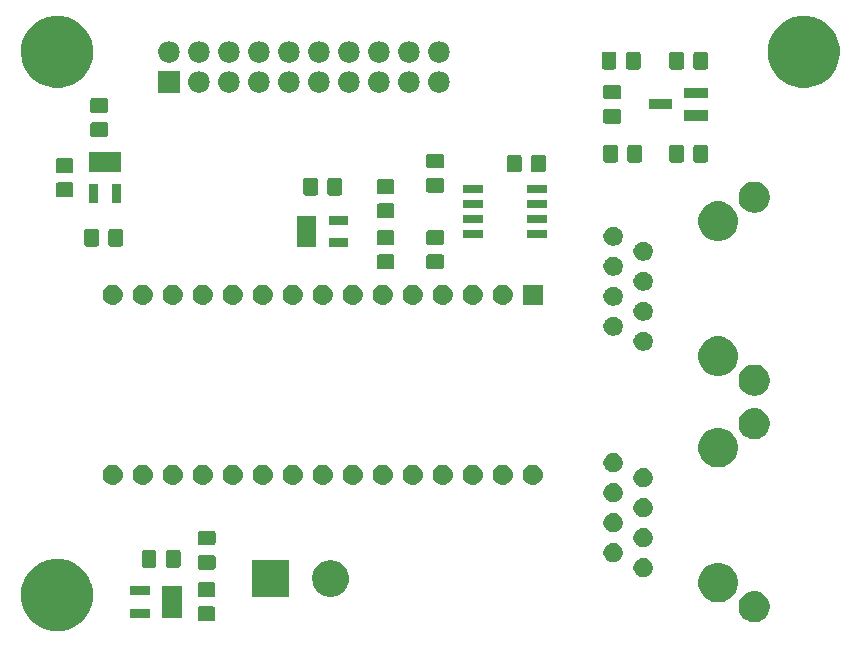
<source format=gbr>
G04 #@! TF.GenerationSoftware,KiCad,Pcbnew,5.0.2-bee76a0~70~ubuntu18.04.1*
G04 #@! TF.CreationDate,2021-06-01T15:08:51-05:00*
G04 #@! TF.ProjectId,CO2_sensorboard_slave,434f325f-7365-46e7-936f-72626f617264,rev?*
G04 #@! TF.SameCoordinates,Original*
G04 #@! TF.FileFunction,Soldermask,Top*
G04 #@! TF.FilePolarity,Negative*
%FSLAX46Y46*%
G04 Gerber Fmt 4.6, Leading zero omitted, Abs format (unit mm)*
G04 Created by KiCad (PCBNEW 5.0.2-bee76a0~70~ubuntu18.04.1) date Tue 01 Jun 2021 03:08:51 PM CDT*
%MOMM*%
%LPD*%
G01*
G04 APERTURE LIST*
%ADD10C,0.100000*%
G04 APERTURE END LIST*
D10*
G36*
X50889941Y-93066248D02*
X50889943Y-93066249D01*
X50889944Y-93066249D01*
X51445190Y-93296239D01*
X51782441Y-93521583D01*
X51944902Y-93630136D01*
X52369864Y-94055098D01*
X52369866Y-94055101D01*
X52703761Y-94554810D01*
X52906570Y-95044436D01*
X52933752Y-95110059D01*
X53051000Y-95699501D01*
X53051000Y-96300499D01*
X52940127Y-96857893D01*
X52933751Y-96889944D01*
X52703761Y-97445190D01*
X52703760Y-97445191D01*
X52369864Y-97944902D01*
X51944902Y-98369864D01*
X51944899Y-98369866D01*
X51445190Y-98703761D01*
X50889944Y-98933751D01*
X50889943Y-98933751D01*
X50889941Y-98933752D01*
X50300499Y-99051000D01*
X49699501Y-99051000D01*
X49110059Y-98933752D01*
X49110057Y-98933751D01*
X49110056Y-98933751D01*
X48554810Y-98703761D01*
X48055101Y-98369866D01*
X48055098Y-98369864D01*
X47630136Y-97944902D01*
X47296240Y-97445191D01*
X47296239Y-97445190D01*
X47066249Y-96889944D01*
X47059874Y-96857893D01*
X46949000Y-96300499D01*
X46949000Y-95699501D01*
X47066248Y-95110059D01*
X47093430Y-95044436D01*
X47296239Y-94554810D01*
X47630134Y-94055101D01*
X47630136Y-94055098D01*
X48055098Y-93630136D01*
X48217559Y-93521583D01*
X48554810Y-93296239D01*
X49110056Y-93066249D01*
X49110057Y-93066249D01*
X49110059Y-93066248D01*
X49699501Y-92949000D01*
X50300499Y-92949000D01*
X50889941Y-93066248D01*
X50889941Y-93066248D01*
G37*
G36*
X109305502Y-95699501D02*
X109397322Y-95717765D01*
X109467735Y-95746931D01*
X109637728Y-95817344D01*
X109854092Y-95961914D01*
X110038086Y-96145908D01*
X110182656Y-96362272D01*
X110282235Y-96602679D01*
X110333000Y-96857891D01*
X110333000Y-97118109D01*
X110282235Y-97373321D01*
X110182656Y-97613728D01*
X110038086Y-97830092D01*
X109854092Y-98014086D01*
X109637728Y-98158656D01*
X109467735Y-98229069D01*
X109397322Y-98258235D01*
X109312250Y-98275157D01*
X109142109Y-98309000D01*
X108881891Y-98309000D01*
X108711750Y-98275157D01*
X108626678Y-98258235D01*
X108556265Y-98229069D01*
X108386272Y-98158656D01*
X108169908Y-98014086D01*
X107985914Y-97830092D01*
X107841344Y-97613728D01*
X107741765Y-97373321D01*
X107691000Y-97118109D01*
X107691000Y-96857891D01*
X107741765Y-96602679D01*
X107841344Y-96362272D01*
X107985914Y-96145908D01*
X108169908Y-95961914D01*
X108386272Y-95817344D01*
X108556265Y-95746931D01*
X108626678Y-95717765D01*
X108718498Y-95699501D01*
X108881891Y-95667000D01*
X109142109Y-95667000D01*
X109305502Y-95699501D01*
X109305502Y-95699501D01*
G37*
G36*
X63225077Y-96974265D02*
X63262764Y-96985698D01*
X63297503Y-97004266D01*
X63327948Y-97029252D01*
X63352934Y-97059697D01*
X63371502Y-97094436D01*
X63382935Y-97132123D01*
X63387400Y-97177461D01*
X63387400Y-98014139D01*
X63382935Y-98059477D01*
X63371502Y-98097164D01*
X63352934Y-98131903D01*
X63327948Y-98162348D01*
X63297503Y-98187334D01*
X63262764Y-98205902D01*
X63225077Y-98217335D01*
X63179739Y-98221800D01*
X62093061Y-98221800D01*
X62047723Y-98217335D01*
X62010036Y-98205902D01*
X61975297Y-98187334D01*
X61944852Y-98162348D01*
X61919866Y-98131903D01*
X61901298Y-98097164D01*
X61889865Y-98059477D01*
X61885400Y-98014139D01*
X61885400Y-97177461D01*
X61889865Y-97132123D01*
X61901298Y-97094436D01*
X61919866Y-97059697D01*
X61944852Y-97029252D01*
X61975297Y-97004266D01*
X62010036Y-96985698D01*
X62047723Y-96974265D01*
X62093061Y-96969800D01*
X63179739Y-96969800D01*
X63225077Y-96974265D01*
X63225077Y-96974265D01*
G37*
G36*
X57850200Y-97922200D02*
X56188200Y-97922200D01*
X56188200Y-97170200D01*
X57850200Y-97170200D01*
X57850200Y-97922200D01*
X57850200Y-97922200D01*
G37*
G36*
X60550200Y-97922200D02*
X58888200Y-97922200D01*
X58888200Y-95270200D01*
X60550200Y-95270200D01*
X60550200Y-97922200D01*
X60550200Y-97922200D01*
G37*
G36*
X106450871Y-93346408D02*
X106755883Y-93472748D01*
X106899392Y-93568638D01*
X107030390Y-93656168D01*
X107263832Y-93889610D01*
X107263834Y-93889613D01*
X107447252Y-94164117D01*
X107573592Y-94469129D01*
X107638000Y-94792928D01*
X107638000Y-95123072D01*
X107573592Y-95446871D01*
X107447252Y-95751883D01*
X107275133Y-96009477D01*
X107263832Y-96026390D01*
X107030390Y-96259832D01*
X107030387Y-96259834D01*
X106755883Y-96443252D01*
X106450871Y-96569592D01*
X106127072Y-96634000D01*
X105796928Y-96634000D01*
X105473129Y-96569592D01*
X105168117Y-96443252D01*
X104893613Y-96259834D01*
X104893610Y-96259832D01*
X104660168Y-96026390D01*
X104648867Y-96009477D01*
X104476748Y-95751883D01*
X104350408Y-95446871D01*
X104286000Y-95123072D01*
X104286000Y-94792928D01*
X104350408Y-94469129D01*
X104476748Y-94164117D01*
X104660166Y-93889613D01*
X104660168Y-93889610D01*
X104893610Y-93656168D01*
X105024608Y-93568638D01*
X105168117Y-93472748D01*
X105473129Y-93346408D01*
X105796928Y-93282000D01*
X106127072Y-93282000D01*
X106450871Y-93346408D01*
X106450871Y-93346408D01*
G37*
G36*
X63225077Y-94924265D02*
X63262764Y-94935698D01*
X63297503Y-94954266D01*
X63327948Y-94979252D01*
X63352934Y-95009697D01*
X63371502Y-95044436D01*
X63382935Y-95082123D01*
X63387400Y-95127461D01*
X63387400Y-95964139D01*
X63382935Y-96009477D01*
X63371502Y-96047164D01*
X63352934Y-96081903D01*
X63327948Y-96112348D01*
X63297503Y-96137334D01*
X63262764Y-96155902D01*
X63225077Y-96167335D01*
X63179739Y-96171800D01*
X62093061Y-96171800D01*
X62047723Y-96167335D01*
X62010036Y-96155902D01*
X61975297Y-96137334D01*
X61944852Y-96112348D01*
X61919866Y-96081903D01*
X61901298Y-96047164D01*
X61889865Y-96009477D01*
X61885400Y-95964139D01*
X61885400Y-95127461D01*
X61889865Y-95082123D01*
X61901298Y-95044436D01*
X61919866Y-95009697D01*
X61944852Y-94979252D01*
X61975297Y-94954266D01*
X62010036Y-94935698D01*
X62047723Y-94924265D01*
X62093061Y-94919800D01*
X63179739Y-94919800D01*
X63225077Y-94924265D01*
X63225077Y-94924265D01*
G37*
G36*
X69623000Y-96166000D02*
X66521000Y-96166000D01*
X66521000Y-93064000D01*
X69623000Y-93064000D01*
X69623000Y-96166000D01*
X69623000Y-96166000D01*
G37*
G36*
X73504527Y-93103736D02*
X73604410Y-93123604D01*
X73886674Y-93240521D01*
X74140705Y-93410259D01*
X74356741Y-93626295D01*
X74526479Y-93880326D01*
X74643396Y-94162590D01*
X74643396Y-94162591D01*
X74703000Y-94462238D01*
X74703000Y-94767762D01*
X74671869Y-94924265D01*
X74643396Y-95067410D01*
X74526479Y-95349674D01*
X74356741Y-95603705D01*
X74140705Y-95819741D01*
X73886674Y-95989479D01*
X73604410Y-96106396D01*
X73574487Y-96112348D01*
X73304762Y-96166000D01*
X72999238Y-96166000D01*
X72729513Y-96112348D01*
X72699590Y-96106396D01*
X72417326Y-95989479D01*
X72163295Y-95819741D01*
X71947259Y-95603705D01*
X71777521Y-95349674D01*
X71660604Y-95067410D01*
X71632131Y-94924265D01*
X71601000Y-94767762D01*
X71601000Y-94462238D01*
X71660604Y-94162591D01*
X71660604Y-94162590D01*
X71777521Y-93880326D01*
X71947259Y-93626295D01*
X72163295Y-93410259D01*
X72417326Y-93240521D01*
X72699590Y-93123604D01*
X72799473Y-93103736D01*
X72999238Y-93064000D01*
X73304762Y-93064000D01*
X73504527Y-93103736D01*
X73504527Y-93103736D01*
G37*
G36*
X57850200Y-96022200D02*
X56188200Y-96022200D01*
X56188200Y-95270200D01*
X57850200Y-95270200D01*
X57850200Y-96022200D01*
X57850200Y-96022200D01*
G37*
G36*
X99849142Y-92906242D02*
X99997102Y-92967530D01*
X100064130Y-93012317D01*
X100130257Y-93056501D01*
X100243499Y-93169743D01*
X100263554Y-93199758D01*
X100332470Y-93302898D01*
X100393758Y-93450858D01*
X100425000Y-93607925D01*
X100425000Y-93768075D01*
X100393758Y-93925142D01*
X100332470Y-94073102D01*
X100243498Y-94206258D01*
X100130258Y-94319498D01*
X99997102Y-94408470D01*
X99849142Y-94469758D01*
X99692075Y-94501000D01*
X99531925Y-94501000D01*
X99374858Y-94469758D01*
X99226898Y-94408470D01*
X99093742Y-94319498D01*
X98980502Y-94206258D01*
X98891530Y-94073102D01*
X98830242Y-93925142D01*
X98799000Y-93768075D01*
X98799000Y-93607925D01*
X98830242Y-93450858D01*
X98891530Y-93302898D01*
X98960446Y-93199758D01*
X98980501Y-93169743D01*
X99093743Y-93056501D01*
X99159870Y-93012317D01*
X99226898Y-92967530D01*
X99374858Y-92906242D01*
X99531925Y-92875000D01*
X99692075Y-92875000D01*
X99849142Y-92906242D01*
X99849142Y-92906242D01*
G37*
G36*
X63250477Y-92605465D02*
X63288164Y-92616898D01*
X63322903Y-92635466D01*
X63353348Y-92660452D01*
X63378334Y-92690897D01*
X63396902Y-92725636D01*
X63408335Y-92763323D01*
X63412800Y-92808661D01*
X63412800Y-93645339D01*
X63408335Y-93690677D01*
X63396902Y-93728364D01*
X63378334Y-93763103D01*
X63353348Y-93793548D01*
X63322903Y-93818534D01*
X63288164Y-93837102D01*
X63250477Y-93848535D01*
X63205139Y-93853000D01*
X62118461Y-93853000D01*
X62073123Y-93848535D01*
X62035436Y-93837102D01*
X62000697Y-93818534D01*
X61970252Y-93793548D01*
X61945266Y-93763103D01*
X61926698Y-93728364D01*
X61915265Y-93690677D01*
X61910800Y-93645339D01*
X61910800Y-92808661D01*
X61915265Y-92763323D01*
X61926698Y-92725636D01*
X61945266Y-92690897D01*
X61970252Y-92660452D01*
X62000697Y-92635466D01*
X62035436Y-92616898D01*
X62073123Y-92605465D01*
X62118461Y-92601000D01*
X63205139Y-92601000D01*
X63250477Y-92605465D01*
X63250477Y-92605465D01*
G37*
G36*
X60289677Y-92192065D02*
X60327364Y-92203498D01*
X60362103Y-92222066D01*
X60392548Y-92247052D01*
X60417534Y-92277497D01*
X60436102Y-92312236D01*
X60447535Y-92349923D01*
X60452000Y-92395261D01*
X60452000Y-93481939D01*
X60447535Y-93527277D01*
X60436102Y-93564964D01*
X60417534Y-93599703D01*
X60392548Y-93630148D01*
X60362103Y-93655134D01*
X60327364Y-93673702D01*
X60289677Y-93685135D01*
X60244339Y-93689600D01*
X59407661Y-93689600D01*
X59362323Y-93685135D01*
X59324636Y-93673702D01*
X59289897Y-93655134D01*
X59259452Y-93630148D01*
X59234466Y-93599703D01*
X59215898Y-93564964D01*
X59204465Y-93527277D01*
X59200000Y-93481939D01*
X59200000Y-92395261D01*
X59204465Y-92349923D01*
X59215898Y-92312236D01*
X59234466Y-92277497D01*
X59259452Y-92247052D01*
X59289897Y-92222066D01*
X59324636Y-92203498D01*
X59362323Y-92192065D01*
X59407661Y-92187600D01*
X60244339Y-92187600D01*
X60289677Y-92192065D01*
X60289677Y-92192065D01*
G37*
G36*
X58239677Y-92192065D02*
X58277364Y-92203498D01*
X58312103Y-92222066D01*
X58342548Y-92247052D01*
X58367534Y-92277497D01*
X58386102Y-92312236D01*
X58397535Y-92349923D01*
X58402000Y-92395261D01*
X58402000Y-93481939D01*
X58397535Y-93527277D01*
X58386102Y-93564964D01*
X58367534Y-93599703D01*
X58342548Y-93630148D01*
X58312103Y-93655134D01*
X58277364Y-93673702D01*
X58239677Y-93685135D01*
X58194339Y-93689600D01*
X57357661Y-93689600D01*
X57312323Y-93685135D01*
X57274636Y-93673702D01*
X57239897Y-93655134D01*
X57209452Y-93630148D01*
X57184466Y-93599703D01*
X57165898Y-93564964D01*
X57154465Y-93527277D01*
X57150000Y-93481939D01*
X57150000Y-92395261D01*
X57154465Y-92349923D01*
X57165898Y-92312236D01*
X57184466Y-92277497D01*
X57209452Y-92247052D01*
X57239897Y-92222066D01*
X57274636Y-92203498D01*
X57312323Y-92192065D01*
X57357661Y-92187600D01*
X58194339Y-92187600D01*
X58239677Y-92192065D01*
X58239677Y-92192065D01*
G37*
G36*
X97309142Y-91636242D02*
X97457102Y-91697530D01*
X97524130Y-91742317D01*
X97590257Y-91786501D01*
X97703499Y-91899743D01*
X97723554Y-91929758D01*
X97792470Y-92032898D01*
X97853758Y-92180858D01*
X97885000Y-92337925D01*
X97885000Y-92498075D01*
X97853758Y-92655142D01*
X97792470Y-92803102D01*
X97781129Y-92820075D01*
X97703499Y-92936257D01*
X97590257Y-93049499D01*
X97524130Y-93093683D01*
X97457102Y-93138470D01*
X97309142Y-93199758D01*
X97152075Y-93231000D01*
X96991925Y-93231000D01*
X96834858Y-93199758D01*
X96686898Y-93138470D01*
X96619870Y-93093683D01*
X96553743Y-93049499D01*
X96440501Y-92936257D01*
X96362871Y-92820075D01*
X96351530Y-92803102D01*
X96290242Y-92655142D01*
X96259000Y-92498075D01*
X96259000Y-92337925D01*
X96290242Y-92180858D01*
X96351530Y-92032898D01*
X96420446Y-91929758D01*
X96440501Y-91899743D01*
X96553743Y-91786501D01*
X96619870Y-91742317D01*
X96686898Y-91697530D01*
X96834858Y-91636242D01*
X96991925Y-91605000D01*
X97152075Y-91605000D01*
X97309142Y-91636242D01*
X97309142Y-91636242D01*
G37*
G36*
X99849142Y-90366242D02*
X99997102Y-90427530D01*
X100064130Y-90472317D01*
X100130257Y-90516501D01*
X100243499Y-90629743D01*
X100263554Y-90659758D01*
X100332470Y-90762898D01*
X100393758Y-90910858D01*
X100425000Y-91067925D01*
X100425000Y-91228075D01*
X100393758Y-91385142D01*
X100346354Y-91499583D01*
X100332471Y-91533100D01*
X100243499Y-91666257D01*
X100130257Y-91779499D01*
X100119776Y-91786502D01*
X99997102Y-91868470D01*
X99849142Y-91929758D01*
X99692075Y-91961000D01*
X99531925Y-91961000D01*
X99374858Y-91929758D01*
X99226898Y-91868470D01*
X99104224Y-91786502D01*
X99093743Y-91779499D01*
X98980501Y-91666257D01*
X98891529Y-91533100D01*
X98877646Y-91499583D01*
X98830242Y-91385142D01*
X98799000Y-91228075D01*
X98799000Y-91067925D01*
X98830242Y-90910858D01*
X98891530Y-90762898D01*
X98960446Y-90659758D01*
X98980501Y-90629743D01*
X99093743Y-90516501D01*
X99159870Y-90472317D01*
X99226898Y-90427530D01*
X99374858Y-90366242D01*
X99531925Y-90335000D01*
X99692075Y-90335000D01*
X99849142Y-90366242D01*
X99849142Y-90366242D01*
G37*
G36*
X63250477Y-90555465D02*
X63288164Y-90566898D01*
X63322903Y-90585466D01*
X63353348Y-90610452D01*
X63378334Y-90640897D01*
X63396902Y-90675636D01*
X63408335Y-90713323D01*
X63412800Y-90758661D01*
X63412800Y-91595339D01*
X63408335Y-91640677D01*
X63396902Y-91678364D01*
X63378334Y-91713103D01*
X63353348Y-91743548D01*
X63322903Y-91768534D01*
X63288164Y-91787102D01*
X63250477Y-91798535D01*
X63205139Y-91803000D01*
X62118461Y-91803000D01*
X62073123Y-91798535D01*
X62035436Y-91787102D01*
X62000697Y-91768534D01*
X61970252Y-91743548D01*
X61945266Y-91713103D01*
X61926698Y-91678364D01*
X61915265Y-91640677D01*
X61910800Y-91595339D01*
X61910800Y-90758661D01*
X61915265Y-90713323D01*
X61926698Y-90675636D01*
X61945266Y-90640897D01*
X61970252Y-90610452D01*
X62000697Y-90585466D01*
X62035436Y-90566898D01*
X62073123Y-90555465D01*
X62118461Y-90551000D01*
X63205139Y-90551000D01*
X63250477Y-90555465D01*
X63250477Y-90555465D01*
G37*
G36*
X97309142Y-89096242D02*
X97457102Y-89157530D01*
X97524130Y-89202317D01*
X97590257Y-89246501D01*
X97703499Y-89359743D01*
X97723554Y-89389758D01*
X97792470Y-89492898D01*
X97853758Y-89640858D01*
X97885000Y-89797925D01*
X97885000Y-89958075D01*
X97853758Y-90115142D01*
X97806354Y-90229583D01*
X97792471Y-90263100D01*
X97703499Y-90396257D01*
X97590257Y-90509499D01*
X97579776Y-90516502D01*
X97457102Y-90598470D01*
X97309142Y-90659758D01*
X97152075Y-90691000D01*
X96991925Y-90691000D01*
X96834858Y-90659758D01*
X96686898Y-90598470D01*
X96564224Y-90516502D01*
X96553743Y-90509499D01*
X96440501Y-90396257D01*
X96351529Y-90263100D01*
X96337646Y-90229583D01*
X96290242Y-90115142D01*
X96259000Y-89958075D01*
X96259000Y-89797925D01*
X96290242Y-89640858D01*
X96351530Y-89492898D01*
X96420446Y-89389758D01*
X96440501Y-89359743D01*
X96553743Y-89246501D01*
X96619870Y-89202317D01*
X96686898Y-89157530D01*
X96834858Y-89096242D01*
X96991925Y-89065000D01*
X97152075Y-89065000D01*
X97309142Y-89096242D01*
X97309142Y-89096242D01*
G37*
G36*
X99849142Y-87826242D02*
X99997102Y-87887530D01*
X100064130Y-87932317D01*
X100130257Y-87976501D01*
X100243499Y-88089743D01*
X100263554Y-88119758D01*
X100332470Y-88222898D01*
X100393758Y-88370858D01*
X100425000Y-88527925D01*
X100425000Y-88688075D01*
X100393758Y-88845142D01*
X100346354Y-88959583D01*
X100332471Y-88993100D01*
X100243499Y-89126257D01*
X100130257Y-89239499D01*
X100119776Y-89246502D01*
X99997102Y-89328470D01*
X99849142Y-89389758D01*
X99692075Y-89421000D01*
X99531925Y-89421000D01*
X99374858Y-89389758D01*
X99226898Y-89328470D01*
X99104224Y-89246502D01*
X99093743Y-89239499D01*
X98980501Y-89126257D01*
X98891529Y-88993100D01*
X98877646Y-88959583D01*
X98830242Y-88845142D01*
X98799000Y-88688075D01*
X98799000Y-88527925D01*
X98830242Y-88370858D01*
X98891530Y-88222898D01*
X98960446Y-88119758D01*
X98980501Y-88089743D01*
X99093743Y-87976501D01*
X99159870Y-87932317D01*
X99226898Y-87887530D01*
X99374858Y-87826242D01*
X99531925Y-87795000D01*
X99692075Y-87795000D01*
X99849142Y-87826242D01*
X99849142Y-87826242D01*
G37*
G36*
X97309142Y-86556242D02*
X97457102Y-86617530D01*
X97509717Y-86652686D01*
X97590257Y-86706501D01*
X97703499Y-86819743D01*
X97723554Y-86849758D01*
X97792470Y-86952898D01*
X97853758Y-87100858D01*
X97885000Y-87257925D01*
X97885000Y-87418075D01*
X97853758Y-87575142D01*
X97806354Y-87689583D01*
X97792471Y-87723100D01*
X97703499Y-87856257D01*
X97590257Y-87969499D01*
X97579776Y-87976502D01*
X97457102Y-88058470D01*
X97309142Y-88119758D01*
X97152075Y-88151000D01*
X96991925Y-88151000D01*
X96834858Y-88119758D01*
X96686898Y-88058470D01*
X96564224Y-87976502D01*
X96553743Y-87969499D01*
X96440501Y-87856257D01*
X96351529Y-87723100D01*
X96337646Y-87689583D01*
X96290242Y-87575142D01*
X96259000Y-87418075D01*
X96259000Y-87257925D01*
X96290242Y-87100858D01*
X96351530Y-86952898D01*
X96420446Y-86849758D01*
X96440501Y-86819743D01*
X96553743Y-86706501D01*
X96634283Y-86652686D01*
X96686898Y-86617530D01*
X96834858Y-86556242D01*
X96991925Y-86525000D01*
X97152075Y-86525000D01*
X97309142Y-86556242D01*
X97309142Y-86556242D01*
G37*
G36*
X99849142Y-85286242D02*
X99997102Y-85347530D01*
X100064130Y-85392317D01*
X100130257Y-85436501D01*
X100243499Y-85549743D01*
X100263554Y-85579758D01*
X100332470Y-85682898D01*
X100393758Y-85830858D01*
X100425000Y-85987925D01*
X100425000Y-86148075D01*
X100393758Y-86305142D01*
X100346737Y-86418659D01*
X100332471Y-86453100D01*
X100243499Y-86586257D01*
X100130257Y-86699499D01*
X100119776Y-86706502D01*
X99997102Y-86788470D01*
X99849142Y-86849758D01*
X99692075Y-86881000D01*
X99531925Y-86881000D01*
X99374858Y-86849758D01*
X99226898Y-86788470D01*
X99104224Y-86706502D01*
X99093743Y-86699499D01*
X98980501Y-86586257D01*
X98891529Y-86453100D01*
X98877263Y-86418659D01*
X98830242Y-86305142D01*
X98799000Y-86148075D01*
X98799000Y-85987925D01*
X98830242Y-85830858D01*
X98891530Y-85682898D01*
X98960446Y-85579758D01*
X98980501Y-85549743D01*
X99093743Y-85436501D01*
X99159870Y-85392317D01*
X99226898Y-85347530D01*
X99374858Y-85286242D01*
X99531925Y-85255000D01*
X99692075Y-85255000D01*
X99849142Y-85286242D01*
X99849142Y-85286242D01*
G37*
G36*
X54865821Y-84975313D02*
X54865824Y-84975314D01*
X54865825Y-84975314D01*
X55026239Y-85023975D01*
X55026241Y-85023976D01*
X55026244Y-85023977D01*
X55174078Y-85102995D01*
X55303659Y-85209341D01*
X55410005Y-85338922D01*
X55489023Y-85486756D01*
X55489024Y-85486759D01*
X55489025Y-85486761D01*
X55498644Y-85518471D01*
X55537687Y-85647179D01*
X55554117Y-85814000D01*
X55537687Y-85980821D01*
X55489023Y-86141244D01*
X55410005Y-86289078D01*
X55303659Y-86418659D01*
X55174078Y-86525005D01*
X55026244Y-86604023D01*
X55026241Y-86604024D01*
X55026239Y-86604025D01*
X54865825Y-86652686D01*
X54865824Y-86652686D01*
X54865821Y-86652687D01*
X54740804Y-86665000D01*
X54657196Y-86665000D01*
X54532179Y-86652687D01*
X54532176Y-86652686D01*
X54532175Y-86652686D01*
X54371761Y-86604025D01*
X54371759Y-86604024D01*
X54371756Y-86604023D01*
X54223922Y-86525005D01*
X54094341Y-86418659D01*
X53987995Y-86289078D01*
X53908977Y-86141244D01*
X53860313Y-85980821D01*
X53843883Y-85814000D01*
X53860313Y-85647179D01*
X53899356Y-85518471D01*
X53908975Y-85486761D01*
X53908976Y-85486759D01*
X53908977Y-85486756D01*
X53987995Y-85338922D01*
X54094341Y-85209341D01*
X54223922Y-85102995D01*
X54371756Y-85023977D01*
X54371759Y-85023976D01*
X54371761Y-85023975D01*
X54532175Y-84975314D01*
X54532176Y-84975314D01*
X54532179Y-84975313D01*
X54657196Y-84963000D01*
X54740804Y-84963000D01*
X54865821Y-84975313D01*
X54865821Y-84975313D01*
G37*
G36*
X90425821Y-84975313D02*
X90425824Y-84975314D01*
X90425825Y-84975314D01*
X90586239Y-85023975D01*
X90586241Y-85023976D01*
X90586244Y-85023977D01*
X90734078Y-85102995D01*
X90863659Y-85209341D01*
X90970005Y-85338922D01*
X91049023Y-85486756D01*
X91049024Y-85486759D01*
X91049025Y-85486761D01*
X91058644Y-85518471D01*
X91097687Y-85647179D01*
X91114117Y-85814000D01*
X91097687Y-85980821D01*
X91049023Y-86141244D01*
X90970005Y-86289078D01*
X90863659Y-86418659D01*
X90734078Y-86525005D01*
X90586244Y-86604023D01*
X90586241Y-86604024D01*
X90586239Y-86604025D01*
X90425825Y-86652686D01*
X90425824Y-86652686D01*
X90425821Y-86652687D01*
X90300804Y-86665000D01*
X90217196Y-86665000D01*
X90092179Y-86652687D01*
X90092176Y-86652686D01*
X90092175Y-86652686D01*
X89931761Y-86604025D01*
X89931759Y-86604024D01*
X89931756Y-86604023D01*
X89783922Y-86525005D01*
X89654341Y-86418659D01*
X89547995Y-86289078D01*
X89468977Y-86141244D01*
X89420313Y-85980821D01*
X89403883Y-85814000D01*
X89420313Y-85647179D01*
X89459356Y-85518471D01*
X89468975Y-85486761D01*
X89468976Y-85486759D01*
X89468977Y-85486756D01*
X89547995Y-85338922D01*
X89654341Y-85209341D01*
X89783922Y-85102995D01*
X89931756Y-85023977D01*
X89931759Y-85023976D01*
X89931761Y-85023975D01*
X90092175Y-84975314D01*
X90092176Y-84975314D01*
X90092179Y-84975313D01*
X90217196Y-84963000D01*
X90300804Y-84963000D01*
X90425821Y-84975313D01*
X90425821Y-84975313D01*
G37*
G36*
X87885821Y-84975313D02*
X87885824Y-84975314D01*
X87885825Y-84975314D01*
X88046239Y-85023975D01*
X88046241Y-85023976D01*
X88046244Y-85023977D01*
X88194078Y-85102995D01*
X88323659Y-85209341D01*
X88430005Y-85338922D01*
X88509023Y-85486756D01*
X88509024Y-85486759D01*
X88509025Y-85486761D01*
X88518644Y-85518471D01*
X88557687Y-85647179D01*
X88574117Y-85814000D01*
X88557687Y-85980821D01*
X88509023Y-86141244D01*
X88430005Y-86289078D01*
X88323659Y-86418659D01*
X88194078Y-86525005D01*
X88046244Y-86604023D01*
X88046241Y-86604024D01*
X88046239Y-86604025D01*
X87885825Y-86652686D01*
X87885824Y-86652686D01*
X87885821Y-86652687D01*
X87760804Y-86665000D01*
X87677196Y-86665000D01*
X87552179Y-86652687D01*
X87552176Y-86652686D01*
X87552175Y-86652686D01*
X87391761Y-86604025D01*
X87391759Y-86604024D01*
X87391756Y-86604023D01*
X87243922Y-86525005D01*
X87114341Y-86418659D01*
X87007995Y-86289078D01*
X86928977Y-86141244D01*
X86880313Y-85980821D01*
X86863883Y-85814000D01*
X86880313Y-85647179D01*
X86919356Y-85518471D01*
X86928975Y-85486761D01*
X86928976Y-85486759D01*
X86928977Y-85486756D01*
X87007995Y-85338922D01*
X87114341Y-85209341D01*
X87243922Y-85102995D01*
X87391756Y-85023977D01*
X87391759Y-85023976D01*
X87391761Y-85023975D01*
X87552175Y-84975314D01*
X87552176Y-84975314D01*
X87552179Y-84975313D01*
X87677196Y-84963000D01*
X87760804Y-84963000D01*
X87885821Y-84975313D01*
X87885821Y-84975313D01*
G37*
G36*
X85345821Y-84975313D02*
X85345824Y-84975314D01*
X85345825Y-84975314D01*
X85506239Y-85023975D01*
X85506241Y-85023976D01*
X85506244Y-85023977D01*
X85654078Y-85102995D01*
X85783659Y-85209341D01*
X85890005Y-85338922D01*
X85969023Y-85486756D01*
X85969024Y-85486759D01*
X85969025Y-85486761D01*
X85978644Y-85518471D01*
X86017687Y-85647179D01*
X86034117Y-85814000D01*
X86017687Y-85980821D01*
X85969023Y-86141244D01*
X85890005Y-86289078D01*
X85783659Y-86418659D01*
X85654078Y-86525005D01*
X85506244Y-86604023D01*
X85506241Y-86604024D01*
X85506239Y-86604025D01*
X85345825Y-86652686D01*
X85345824Y-86652686D01*
X85345821Y-86652687D01*
X85220804Y-86665000D01*
X85137196Y-86665000D01*
X85012179Y-86652687D01*
X85012176Y-86652686D01*
X85012175Y-86652686D01*
X84851761Y-86604025D01*
X84851759Y-86604024D01*
X84851756Y-86604023D01*
X84703922Y-86525005D01*
X84574341Y-86418659D01*
X84467995Y-86289078D01*
X84388977Y-86141244D01*
X84340313Y-85980821D01*
X84323883Y-85814000D01*
X84340313Y-85647179D01*
X84379356Y-85518471D01*
X84388975Y-85486761D01*
X84388976Y-85486759D01*
X84388977Y-85486756D01*
X84467995Y-85338922D01*
X84574341Y-85209341D01*
X84703922Y-85102995D01*
X84851756Y-85023977D01*
X84851759Y-85023976D01*
X84851761Y-85023975D01*
X85012175Y-84975314D01*
X85012176Y-84975314D01*
X85012179Y-84975313D01*
X85137196Y-84963000D01*
X85220804Y-84963000D01*
X85345821Y-84975313D01*
X85345821Y-84975313D01*
G37*
G36*
X82805821Y-84975313D02*
X82805824Y-84975314D01*
X82805825Y-84975314D01*
X82966239Y-85023975D01*
X82966241Y-85023976D01*
X82966244Y-85023977D01*
X83114078Y-85102995D01*
X83243659Y-85209341D01*
X83350005Y-85338922D01*
X83429023Y-85486756D01*
X83429024Y-85486759D01*
X83429025Y-85486761D01*
X83438644Y-85518471D01*
X83477687Y-85647179D01*
X83494117Y-85814000D01*
X83477687Y-85980821D01*
X83429023Y-86141244D01*
X83350005Y-86289078D01*
X83243659Y-86418659D01*
X83114078Y-86525005D01*
X82966244Y-86604023D01*
X82966241Y-86604024D01*
X82966239Y-86604025D01*
X82805825Y-86652686D01*
X82805824Y-86652686D01*
X82805821Y-86652687D01*
X82680804Y-86665000D01*
X82597196Y-86665000D01*
X82472179Y-86652687D01*
X82472176Y-86652686D01*
X82472175Y-86652686D01*
X82311761Y-86604025D01*
X82311759Y-86604024D01*
X82311756Y-86604023D01*
X82163922Y-86525005D01*
X82034341Y-86418659D01*
X81927995Y-86289078D01*
X81848977Y-86141244D01*
X81800313Y-85980821D01*
X81783883Y-85814000D01*
X81800313Y-85647179D01*
X81839356Y-85518471D01*
X81848975Y-85486761D01*
X81848976Y-85486759D01*
X81848977Y-85486756D01*
X81927995Y-85338922D01*
X82034341Y-85209341D01*
X82163922Y-85102995D01*
X82311756Y-85023977D01*
X82311759Y-85023976D01*
X82311761Y-85023975D01*
X82472175Y-84975314D01*
X82472176Y-84975314D01*
X82472179Y-84975313D01*
X82597196Y-84963000D01*
X82680804Y-84963000D01*
X82805821Y-84975313D01*
X82805821Y-84975313D01*
G37*
G36*
X80265821Y-84975313D02*
X80265824Y-84975314D01*
X80265825Y-84975314D01*
X80426239Y-85023975D01*
X80426241Y-85023976D01*
X80426244Y-85023977D01*
X80574078Y-85102995D01*
X80703659Y-85209341D01*
X80810005Y-85338922D01*
X80889023Y-85486756D01*
X80889024Y-85486759D01*
X80889025Y-85486761D01*
X80898644Y-85518471D01*
X80937687Y-85647179D01*
X80954117Y-85814000D01*
X80937687Y-85980821D01*
X80889023Y-86141244D01*
X80810005Y-86289078D01*
X80703659Y-86418659D01*
X80574078Y-86525005D01*
X80426244Y-86604023D01*
X80426241Y-86604024D01*
X80426239Y-86604025D01*
X80265825Y-86652686D01*
X80265824Y-86652686D01*
X80265821Y-86652687D01*
X80140804Y-86665000D01*
X80057196Y-86665000D01*
X79932179Y-86652687D01*
X79932176Y-86652686D01*
X79932175Y-86652686D01*
X79771761Y-86604025D01*
X79771759Y-86604024D01*
X79771756Y-86604023D01*
X79623922Y-86525005D01*
X79494341Y-86418659D01*
X79387995Y-86289078D01*
X79308977Y-86141244D01*
X79260313Y-85980821D01*
X79243883Y-85814000D01*
X79260313Y-85647179D01*
X79299356Y-85518471D01*
X79308975Y-85486761D01*
X79308976Y-85486759D01*
X79308977Y-85486756D01*
X79387995Y-85338922D01*
X79494341Y-85209341D01*
X79623922Y-85102995D01*
X79771756Y-85023977D01*
X79771759Y-85023976D01*
X79771761Y-85023975D01*
X79932175Y-84975314D01*
X79932176Y-84975314D01*
X79932179Y-84975313D01*
X80057196Y-84963000D01*
X80140804Y-84963000D01*
X80265821Y-84975313D01*
X80265821Y-84975313D01*
G37*
G36*
X77725821Y-84975313D02*
X77725824Y-84975314D01*
X77725825Y-84975314D01*
X77886239Y-85023975D01*
X77886241Y-85023976D01*
X77886244Y-85023977D01*
X78034078Y-85102995D01*
X78163659Y-85209341D01*
X78270005Y-85338922D01*
X78349023Y-85486756D01*
X78349024Y-85486759D01*
X78349025Y-85486761D01*
X78358644Y-85518471D01*
X78397687Y-85647179D01*
X78414117Y-85814000D01*
X78397687Y-85980821D01*
X78349023Y-86141244D01*
X78270005Y-86289078D01*
X78163659Y-86418659D01*
X78034078Y-86525005D01*
X77886244Y-86604023D01*
X77886241Y-86604024D01*
X77886239Y-86604025D01*
X77725825Y-86652686D01*
X77725824Y-86652686D01*
X77725821Y-86652687D01*
X77600804Y-86665000D01*
X77517196Y-86665000D01*
X77392179Y-86652687D01*
X77392176Y-86652686D01*
X77392175Y-86652686D01*
X77231761Y-86604025D01*
X77231759Y-86604024D01*
X77231756Y-86604023D01*
X77083922Y-86525005D01*
X76954341Y-86418659D01*
X76847995Y-86289078D01*
X76768977Y-86141244D01*
X76720313Y-85980821D01*
X76703883Y-85814000D01*
X76720313Y-85647179D01*
X76759356Y-85518471D01*
X76768975Y-85486761D01*
X76768976Y-85486759D01*
X76768977Y-85486756D01*
X76847995Y-85338922D01*
X76954341Y-85209341D01*
X77083922Y-85102995D01*
X77231756Y-85023977D01*
X77231759Y-85023976D01*
X77231761Y-85023975D01*
X77392175Y-84975314D01*
X77392176Y-84975314D01*
X77392179Y-84975313D01*
X77517196Y-84963000D01*
X77600804Y-84963000D01*
X77725821Y-84975313D01*
X77725821Y-84975313D01*
G37*
G36*
X72645821Y-84975313D02*
X72645824Y-84975314D01*
X72645825Y-84975314D01*
X72806239Y-85023975D01*
X72806241Y-85023976D01*
X72806244Y-85023977D01*
X72954078Y-85102995D01*
X73083659Y-85209341D01*
X73190005Y-85338922D01*
X73269023Y-85486756D01*
X73269024Y-85486759D01*
X73269025Y-85486761D01*
X73278644Y-85518471D01*
X73317687Y-85647179D01*
X73334117Y-85814000D01*
X73317687Y-85980821D01*
X73269023Y-86141244D01*
X73190005Y-86289078D01*
X73083659Y-86418659D01*
X72954078Y-86525005D01*
X72806244Y-86604023D01*
X72806241Y-86604024D01*
X72806239Y-86604025D01*
X72645825Y-86652686D01*
X72645824Y-86652686D01*
X72645821Y-86652687D01*
X72520804Y-86665000D01*
X72437196Y-86665000D01*
X72312179Y-86652687D01*
X72312176Y-86652686D01*
X72312175Y-86652686D01*
X72151761Y-86604025D01*
X72151759Y-86604024D01*
X72151756Y-86604023D01*
X72003922Y-86525005D01*
X71874341Y-86418659D01*
X71767995Y-86289078D01*
X71688977Y-86141244D01*
X71640313Y-85980821D01*
X71623883Y-85814000D01*
X71640313Y-85647179D01*
X71679356Y-85518471D01*
X71688975Y-85486761D01*
X71688976Y-85486759D01*
X71688977Y-85486756D01*
X71767995Y-85338922D01*
X71874341Y-85209341D01*
X72003922Y-85102995D01*
X72151756Y-85023977D01*
X72151759Y-85023976D01*
X72151761Y-85023975D01*
X72312175Y-84975314D01*
X72312176Y-84975314D01*
X72312179Y-84975313D01*
X72437196Y-84963000D01*
X72520804Y-84963000D01*
X72645821Y-84975313D01*
X72645821Y-84975313D01*
G37*
G36*
X70105821Y-84975313D02*
X70105824Y-84975314D01*
X70105825Y-84975314D01*
X70266239Y-85023975D01*
X70266241Y-85023976D01*
X70266244Y-85023977D01*
X70414078Y-85102995D01*
X70543659Y-85209341D01*
X70650005Y-85338922D01*
X70729023Y-85486756D01*
X70729024Y-85486759D01*
X70729025Y-85486761D01*
X70738644Y-85518471D01*
X70777687Y-85647179D01*
X70794117Y-85814000D01*
X70777687Y-85980821D01*
X70729023Y-86141244D01*
X70650005Y-86289078D01*
X70543659Y-86418659D01*
X70414078Y-86525005D01*
X70266244Y-86604023D01*
X70266241Y-86604024D01*
X70266239Y-86604025D01*
X70105825Y-86652686D01*
X70105824Y-86652686D01*
X70105821Y-86652687D01*
X69980804Y-86665000D01*
X69897196Y-86665000D01*
X69772179Y-86652687D01*
X69772176Y-86652686D01*
X69772175Y-86652686D01*
X69611761Y-86604025D01*
X69611759Y-86604024D01*
X69611756Y-86604023D01*
X69463922Y-86525005D01*
X69334341Y-86418659D01*
X69227995Y-86289078D01*
X69148977Y-86141244D01*
X69100313Y-85980821D01*
X69083883Y-85814000D01*
X69100313Y-85647179D01*
X69139356Y-85518471D01*
X69148975Y-85486761D01*
X69148976Y-85486759D01*
X69148977Y-85486756D01*
X69227995Y-85338922D01*
X69334341Y-85209341D01*
X69463922Y-85102995D01*
X69611756Y-85023977D01*
X69611759Y-85023976D01*
X69611761Y-85023975D01*
X69772175Y-84975314D01*
X69772176Y-84975314D01*
X69772179Y-84975313D01*
X69897196Y-84963000D01*
X69980804Y-84963000D01*
X70105821Y-84975313D01*
X70105821Y-84975313D01*
G37*
G36*
X67565821Y-84975313D02*
X67565824Y-84975314D01*
X67565825Y-84975314D01*
X67726239Y-85023975D01*
X67726241Y-85023976D01*
X67726244Y-85023977D01*
X67874078Y-85102995D01*
X68003659Y-85209341D01*
X68110005Y-85338922D01*
X68189023Y-85486756D01*
X68189024Y-85486759D01*
X68189025Y-85486761D01*
X68198644Y-85518471D01*
X68237687Y-85647179D01*
X68254117Y-85814000D01*
X68237687Y-85980821D01*
X68189023Y-86141244D01*
X68110005Y-86289078D01*
X68003659Y-86418659D01*
X67874078Y-86525005D01*
X67726244Y-86604023D01*
X67726241Y-86604024D01*
X67726239Y-86604025D01*
X67565825Y-86652686D01*
X67565824Y-86652686D01*
X67565821Y-86652687D01*
X67440804Y-86665000D01*
X67357196Y-86665000D01*
X67232179Y-86652687D01*
X67232176Y-86652686D01*
X67232175Y-86652686D01*
X67071761Y-86604025D01*
X67071759Y-86604024D01*
X67071756Y-86604023D01*
X66923922Y-86525005D01*
X66794341Y-86418659D01*
X66687995Y-86289078D01*
X66608977Y-86141244D01*
X66560313Y-85980821D01*
X66543883Y-85814000D01*
X66560313Y-85647179D01*
X66599356Y-85518471D01*
X66608975Y-85486761D01*
X66608976Y-85486759D01*
X66608977Y-85486756D01*
X66687995Y-85338922D01*
X66794341Y-85209341D01*
X66923922Y-85102995D01*
X67071756Y-85023977D01*
X67071759Y-85023976D01*
X67071761Y-85023975D01*
X67232175Y-84975314D01*
X67232176Y-84975314D01*
X67232179Y-84975313D01*
X67357196Y-84963000D01*
X67440804Y-84963000D01*
X67565821Y-84975313D01*
X67565821Y-84975313D01*
G37*
G36*
X65025821Y-84975313D02*
X65025824Y-84975314D01*
X65025825Y-84975314D01*
X65186239Y-85023975D01*
X65186241Y-85023976D01*
X65186244Y-85023977D01*
X65334078Y-85102995D01*
X65463659Y-85209341D01*
X65570005Y-85338922D01*
X65649023Y-85486756D01*
X65649024Y-85486759D01*
X65649025Y-85486761D01*
X65658644Y-85518471D01*
X65697687Y-85647179D01*
X65714117Y-85814000D01*
X65697687Y-85980821D01*
X65649023Y-86141244D01*
X65570005Y-86289078D01*
X65463659Y-86418659D01*
X65334078Y-86525005D01*
X65186244Y-86604023D01*
X65186241Y-86604024D01*
X65186239Y-86604025D01*
X65025825Y-86652686D01*
X65025824Y-86652686D01*
X65025821Y-86652687D01*
X64900804Y-86665000D01*
X64817196Y-86665000D01*
X64692179Y-86652687D01*
X64692176Y-86652686D01*
X64692175Y-86652686D01*
X64531761Y-86604025D01*
X64531759Y-86604024D01*
X64531756Y-86604023D01*
X64383922Y-86525005D01*
X64254341Y-86418659D01*
X64147995Y-86289078D01*
X64068977Y-86141244D01*
X64020313Y-85980821D01*
X64003883Y-85814000D01*
X64020313Y-85647179D01*
X64059356Y-85518471D01*
X64068975Y-85486761D01*
X64068976Y-85486759D01*
X64068977Y-85486756D01*
X64147995Y-85338922D01*
X64254341Y-85209341D01*
X64383922Y-85102995D01*
X64531756Y-85023977D01*
X64531759Y-85023976D01*
X64531761Y-85023975D01*
X64692175Y-84975314D01*
X64692176Y-84975314D01*
X64692179Y-84975313D01*
X64817196Y-84963000D01*
X64900804Y-84963000D01*
X65025821Y-84975313D01*
X65025821Y-84975313D01*
G37*
G36*
X62485821Y-84975313D02*
X62485824Y-84975314D01*
X62485825Y-84975314D01*
X62646239Y-85023975D01*
X62646241Y-85023976D01*
X62646244Y-85023977D01*
X62794078Y-85102995D01*
X62923659Y-85209341D01*
X63030005Y-85338922D01*
X63109023Y-85486756D01*
X63109024Y-85486759D01*
X63109025Y-85486761D01*
X63118644Y-85518471D01*
X63157687Y-85647179D01*
X63174117Y-85814000D01*
X63157687Y-85980821D01*
X63109023Y-86141244D01*
X63030005Y-86289078D01*
X62923659Y-86418659D01*
X62794078Y-86525005D01*
X62646244Y-86604023D01*
X62646241Y-86604024D01*
X62646239Y-86604025D01*
X62485825Y-86652686D01*
X62485824Y-86652686D01*
X62485821Y-86652687D01*
X62360804Y-86665000D01*
X62277196Y-86665000D01*
X62152179Y-86652687D01*
X62152176Y-86652686D01*
X62152175Y-86652686D01*
X61991761Y-86604025D01*
X61991759Y-86604024D01*
X61991756Y-86604023D01*
X61843922Y-86525005D01*
X61714341Y-86418659D01*
X61607995Y-86289078D01*
X61528977Y-86141244D01*
X61480313Y-85980821D01*
X61463883Y-85814000D01*
X61480313Y-85647179D01*
X61519356Y-85518471D01*
X61528975Y-85486761D01*
X61528976Y-85486759D01*
X61528977Y-85486756D01*
X61607995Y-85338922D01*
X61714341Y-85209341D01*
X61843922Y-85102995D01*
X61991756Y-85023977D01*
X61991759Y-85023976D01*
X61991761Y-85023975D01*
X62152175Y-84975314D01*
X62152176Y-84975314D01*
X62152179Y-84975313D01*
X62277196Y-84963000D01*
X62360804Y-84963000D01*
X62485821Y-84975313D01*
X62485821Y-84975313D01*
G37*
G36*
X59945821Y-84975313D02*
X59945824Y-84975314D01*
X59945825Y-84975314D01*
X60106239Y-85023975D01*
X60106241Y-85023976D01*
X60106244Y-85023977D01*
X60254078Y-85102995D01*
X60383659Y-85209341D01*
X60490005Y-85338922D01*
X60569023Y-85486756D01*
X60569024Y-85486759D01*
X60569025Y-85486761D01*
X60578644Y-85518471D01*
X60617687Y-85647179D01*
X60634117Y-85814000D01*
X60617687Y-85980821D01*
X60569023Y-86141244D01*
X60490005Y-86289078D01*
X60383659Y-86418659D01*
X60254078Y-86525005D01*
X60106244Y-86604023D01*
X60106241Y-86604024D01*
X60106239Y-86604025D01*
X59945825Y-86652686D01*
X59945824Y-86652686D01*
X59945821Y-86652687D01*
X59820804Y-86665000D01*
X59737196Y-86665000D01*
X59612179Y-86652687D01*
X59612176Y-86652686D01*
X59612175Y-86652686D01*
X59451761Y-86604025D01*
X59451759Y-86604024D01*
X59451756Y-86604023D01*
X59303922Y-86525005D01*
X59174341Y-86418659D01*
X59067995Y-86289078D01*
X58988977Y-86141244D01*
X58940313Y-85980821D01*
X58923883Y-85814000D01*
X58940313Y-85647179D01*
X58979356Y-85518471D01*
X58988975Y-85486761D01*
X58988976Y-85486759D01*
X58988977Y-85486756D01*
X59067995Y-85338922D01*
X59174341Y-85209341D01*
X59303922Y-85102995D01*
X59451756Y-85023977D01*
X59451759Y-85023976D01*
X59451761Y-85023975D01*
X59612175Y-84975314D01*
X59612176Y-84975314D01*
X59612179Y-84975313D01*
X59737196Y-84963000D01*
X59820804Y-84963000D01*
X59945821Y-84975313D01*
X59945821Y-84975313D01*
G37*
G36*
X57405821Y-84975313D02*
X57405824Y-84975314D01*
X57405825Y-84975314D01*
X57566239Y-85023975D01*
X57566241Y-85023976D01*
X57566244Y-85023977D01*
X57714078Y-85102995D01*
X57843659Y-85209341D01*
X57950005Y-85338922D01*
X58029023Y-85486756D01*
X58029024Y-85486759D01*
X58029025Y-85486761D01*
X58038644Y-85518471D01*
X58077687Y-85647179D01*
X58094117Y-85814000D01*
X58077687Y-85980821D01*
X58029023Y-86141244D01*
X57950005Y-86289078D01*
X57843659Y-86418659D01*
X57714078Y-86525005D01*
X57566244Y-86604023D01*
X57566241Y-86604024D01*
X57566239Y-86604025D01*
X57405825Y-86652686D01*
X57405824Y-86652686D01*
X57405821Y-86652687D01*
X57280804Y-86665000D01*
X57197196Y-86665000D01*
X57072179Y-86652687D01*
X57072176Y-86652686D01*
X57072175Y-86652686D01*
X56911761Y-86604025D01*
X56911759Y-86604024D01*
X56911756Y-86604023D01*
X56763922Y-86525005D01*
X56634341Y-86418659D01*
X56527995Y-86289078D01*
X56448977Y-86141244D01*
X56400313Y-85980821D01*
X56383883Y-85814000D01*
X56400313Y-85647179D01*
X56439356Y-85518471D01*
X56448975Y-85486761D01*
X56448976Y-85486759D01*
X56448977Y-85486756D01*
X56527995Y-85338922D01*
X56634341Y-85209341D01*
X56763922Y-85102995D01*
X56911756Y-85023977D01*
X56911759Y-85023976D01*
X56911761Y-85023975D01*
X57072175Y-84975314D01*
X57072176Y-84975314D01*
X57072179Y-84975313D01*
X57197196Y-84963000D01*
X57280804Y-84963000D01*
X57405821Y-84975313D01*
X57405821Y-84975313D01*
G37*
G36*
X75185821Y-84975313D02*
X75185824Y-84975314D01*
X75185825Y-84975314D01*
X75346239Y-85023975D01*
X75346241Y-85023976D01*
X75346244Y-85023977D01*
X75494078Y-85102995D01*
X75623659Y-85209341D01*
X75730005Y-85338922D01*
X75809023Y-85486756D01*
X75809024Y-85486759D01*
X75809025Y-85486761D01*
X75818644Y-85518471D01*
X75857687Y-85647179D01*
X75874117Y-85814000D01*
X75857687Y-85980821D01*
X75809023Y-86141244D01*
X75730005Y-86289078D01*
X75623659Y-86418659D01*
X75494078Y-86525005D01*
X75346244Y-86604023D01*
X75346241Y-86604024D01*
X75346239Y-86604025D01*
X75185825Y-86652686D01*
X75185824Y-86652686D01*
X75185821Y-86652687D01*
X75060804Y-86665000D01*
X74977196Y-86665000D01*
X74852179Y-86652687D01*
X74852176Y-86652686D01*
X74852175Y-86652686D01*
X74691761Y-86604025D01*
X74691759Y-86604024D01*
X74691756Y-86604023D01*
X74543922Y-86525005D01*
X74414341Y-86418659D01*
X74307995Y-86289078D01*
X74228977Y-86141244D01*
X74180313Y-85980821D01*
X74163883Y-85814000D01*
X74180313Y-85647179D01*
X74219356Y-85518471D01*
X74228975Y-85486761D01*
X74228976Y-85486759D01*
X74228977Y-85486756D01*
X74307995Y-85338922D01*
X74414341Y-85209341D01*
X74543922Y-85102995D01*
X74691756Y-85023977D01*
X74691759Y-85023976D01*
X74691761Y-85023975D01*
X74852175Y-84975314D01*
X74852176Y-84975314D01*
X74852179Y-84975313D01*
X74977196Y-84963000D01*
X75060804Y-84963000D01*
X75185821Y-84975313D01*
X75185821Y-84975313D01*
G37*
G36*
X97309142Y-84016242D02*
X97457102Y-84077530D01*
X97590258Y-84166502D01*
X97703498Y-84279742D01*
X97792470Y-84412898D01*
X97853758Y-84560858D01*
X97885000Y-84717925D01*
X97885000Y-84878075D01*
X97853758Y-85035142D01*
X97792470Y-85183102D01*
X97747683Y-85250130D01*
X97703499Y-85316257D01*
X97590257Y-85429499D01*
X97579776Y-85436502D01*
X97457102Y-85518470D01*
X97309142Y-85579758D01*
X97152075Y-85611000D01*
X96991925Y-85611000D01*
X96834858Y-85579758D01*
X96686898Y-85518470D01*
X96564224Y-85436502D01*
X96553743Y-85429499D01*
X96440501Y-85316257D01*
X96396317Y-85250130D01*
X96351530Y-85183102D01*
X96290242Y-85035142D01*
X96259000Y-84878075D01*
X96259000Y-84717925D01*
X96290242Y-84560858D01*
X96351530Y-84412898D01*
X96440502Y-84279742D01*
X96553742Y-84166502D01*
X96686898Y-84077530D01*
X96834858Y-84016242D01*
X96991925Y-83985000D01*
X97152075Y-83985000D01*
X97309142Y-84016242D01*
X97309142Y-84016242D01*
G37*
G36*
X106450871Y-81916408D02*
X106755883Y-82042748D01*
X107028538Y-82224930D01*
X107030390Y-82226168D01*
X107263832Y-82459610D01*
X107263834Y-82459613D01*
X107447252Y-82734117D01*
X107573592Y-83039129D01*
X107638000Y-83362928D01*
X107638000Y-83693072D01*
X107573592Y-84016871D01*
X107447252Y-84321883D01*
X107386436Y-84412900D01*
X107263832Y-84596390D01*
X107030390Y-84829832D01*
X107030387Y-84829834D01*
X106755883Y-85013252D01*
X106450871Y-85139592D01*
X106127072Y-85204000D01*
X105796928Y-85204000D01*
X105473129Y-85139592D01*
X105168117Y-85013252D01*
X104893613Y-84829834D01*
X104893610Y-84829832D01*
X104660168Y-84596390D01*
X104537564Y-84412900D01*
X104476748Y-84321883D01*
X104350408Y-84016871D01*
X104286000Y-83693072D01*
X104286000Y-83362928D01*
X104350408Y-83039129D01*
X104476748Y-82734117D01*
X104660166Y-82459613D01*
X104660168Y-82459610D01*
X104893610Y-82226168D01*
X104895462Y-82224930D01*
X105168117Y-82042748D01*
X105473129Y-81916408D01*
X105796928Y-81852000D01*
X106127072Y-81852000D01*
X106450871Y-81916408D01*
X106450871Y-81916408D01*
G37*
G36*
X109312250Y-80210843D02*
X109397322Y-80227765D01*
X109467735Y-80256931D01*
X109637728Y-80327344D01*
X109854092Y-80471914D01*
X110038086Y-80655908D01*
X110182656Y-80872272D01*
X110282235Y-81112679D01*
X110333000Y-81367891D01*
X110333000Y-81628109D01*
X110282235Y-81883321D01*
X110182656Y-82123728D01*
X110038086Y-82340092D01*
X109854092Y-82524086D01*
X109637728Y-82668656D01*
X109479690Y-82734117D01*
X109397322Y-82768235D01*
X109312250Y-82785157D01*
X109142109Y-82819000D01*
X108881891Y-82819000D01*
X108711750Y-82785157D01*
X108626678Y-82768235D01*
X108544310Y-82734117D01*
X108386272Y-82668656D01*
X108169908Y-82524086D01*
X107985914Y-82340092D01*
X107841344Y-82123728D01*
X107741765Y-81883321D01*
X107691000Y-81628109D01*
X107691000Y-81367891D01*
X107741765Y-81112679D01*
X107841344Y-80872272D01*
X107985914Y-80655908D01*
X108169908Y-80471914D01*
X108386272Y-80327344D01*
X108556265Y-80256931D01*
X108626678Y-80227765D01*
X108711750Y-80210843D01*
X108881891Y-80177000D01*
X109142109Y-80177000D01*
X109312250Y-80210843D01*
X109312250Y-80210843D01*
G37*
G36*
X109312250Y-76523843D02*
X109397322Y-76540765D01*
X109467735Y-76569931D01*
X109637728Y-76640344D01*
X109854092Y-76784914D01*
X110038086Y-76968908D01*
X110182656Y-77185272D01*
X110282235Y-77425679D01*
X110333000Y-77680891D01*
X110333000Y-77941109D01*
X110282235Y-78196321D01*
X110182656Y-78436728D01*
X110038086Y-78653092D01*
X109854092Y-78837086D01*
X109637728Y-78981656D01*
X109467735Y-79052069D01*
X109397322Y-79081235D01*
X109312250Y-79098157D01*
X109142109Y-79132000D01*
X108881891Y-79132000D01*
X108711750Y-79098157D01*
X108626678Y-79081235D01*
X108556265Y-79052069D01*
X108386272Y-78981656D01*
X108169908Y-78837086D01*
X107985914Y-78653092D01*
X107841344Y-78436728D01*
X107741765Y-78196321D01*
X107691000Y-77941109D01*
X107691000Y-77680891D01*
X107741765Y-77425679D01*
X107841344Y-77185272D01*
X107985914Y-76968908D01*
X108169908Y-76784914D01*
X108386272Y-76640344D01*
X108556265Y-76569931D01*
X108626678Y-76540765D01*
X108711750Y-76523843D01*
X108881891Y-76490000D01*
X109142109Y-76490000D01*
X109312250Y-76523843D01*
X109312250Y-76523843D01*
G37*
G36*
X106450871Y-74169408D02*
X106755883Y-74295748D01*
X106958189Y-74430925D01*
X107030390Y-74479168D01*
X107263832Y-74712610D01*
X107263834Y-74712613D01*
X107447252Y-74987117D01*
X107573592Y-75292129D01*
X107638000Y-75615928D01*
X107638000Y-75946072D01*
X107573592Y-76269871D01*
X107447252Y-76574883D01*
X107265070Y-76847538D01*
X107263832Y-76849390D01*
X107030390Y-77082832D01*
X107030387Y-77082834D01*
X106755883Y-77266252D01*
X106450871Y-77392592D01*
X106127072Y-77457000D01*
X105796928Y-77457000D01*
X105473129Y-77392592D01*
X105168117Y-77266252D01*
X104893613Y-77082834D01*
X104893610Y-77082832D01*
X104660168Y-76849390D01*
X104658930Y-76847538D01*
X104476748Y-76574883D01*
X104350408Y-76269871D01*
X104286000Y-75946072D01*
X104286000Y-75615928D01*
X104350408Y-75292129D01*
X104476748Y-74987117D01*
X104660166Y-74712613D01*
X104660168Y-74712610D01*
X104893610Y-74479168D01*
X104965811Y-74430925D01*
X105168117Y-74295748D01*
X105473129Y-74169408D01*
X105796928Y-74105000D01*
X106127072Y-74105000D01*
X106450871Y-74169408D01*
X106450871Y-74169408D01*
G37*
G36*
X99849142Y-73729242D02*
X99997102Y-73790530D01*
X100064130Y-73835317D01*
X100130257Y-73879501D01*
X100243499Y-73992743D01*
X100263554Y-74022758D01*
X100332470Y-74125898D01*
X100393758Y-74273858D01*
X100425000Y-74430925D01*
X100425000Y-74591075D01*
X100393758Y-74748142D01*
X100332470Y-74896102D01*
X100243498Y-75029258D01*
X100130258Y-75142498D01*
X99997102Y-75231470D01*
X99849142Y-75292758D01*
X99692075Y-75324000D01*
X99531925Y-75324000D01*
X99374858Y-75292758D01*
X99226898Y-75231470D01*
X99093742Y-75142498D01*
X98980502Y-75029258D01*
X98891530Y-74896102D01*
X98830242Y-74748142D01*
X98799000Y-74591075D01*
X98799000Y-74430925D01*
X98830242Y-74273858D01*
X98891530Y-74125898D01*
X98960446Y-74022758D01*
X98980501Y-73992743D01*
X99093743Y-73879501D01*
X99159870Y-73835317D01*
X99226898Y-73790530D01*
X99374858Y-73729242D01*
X99531925Y-73698000D01*
X99692075Y-73698000D01*
X99849142Y-73729242D01*
X99849142Y-73729242D01*
G37*
G36*
X97309142Y-72459242D02*
X97457102Y-72520530D01*
X97524130Y-72565317D01*
X97590257Y-72609501D01*
X97703499Y-72722743D01*
X97723554Y-72752758D01*
X97792470Y-72855898D01*
X97853758Y-73003858D01*
X97885000Y-73160925D01*
X97885000Y-73321075D01*
X97853758Y-73478142D01*
X97806354Y-73592583D01*
X97792471Y-73626100D01*
X97703499Y-73759257D01*
X97590257Y-73872499D01*
X97579776Y-73879502D01*
X97457102Y-73961470D01*
X97309142Y-74022758D01*
X97152075Y-74054000D01*
X96991925Y-74054000D01*
X96834858Y-74022758D01*
X96686898Y-73961470D01*
X96564224Y-73879502D01*
X96553743Y-73872499D01*
X96440501Y-73759257D01*
X96351529Y-73626100D01*
X96337646Y-73592583D01*
X96290242Y-73478142D01*
X96259000Y-73321075D01*
X96259000Y-73160925D01*
X96290242Y-73003858D01*
X96351530Y-72855898D01*
X96420446Y-72752758D01*
X96440501Y-72722743D01*
X96553743Y-72609501D01*
X96619870Y-72565317D01*
X96686898Y-72520530D01*
X96834858Y-72459242D01*
X96991925Y-72428000D01*
X97152075Y-72428000D01*
X97309142Y-72459242D01*
X97309142Y-72459242D01*
G37*
G36*
X99849142Y-71189242D02*
X99997102Y-71250530D01*
X100048696Y-71285004D01*
X100130257Y-71339501D01*
X100243499Y-71452743D01*
X100263554Y-71482758D01*
X100332470Y-71585898D01*
X100393758Y-71733858D01*
X100425000Y-71890925D01*
X100425000Y-72051075D01*
X100393758Y-72208142D01*
X100346354Y-72322583D01*
X100332471Y-72356100D01*
X100243499Y-72489257D01*
X100130257Y-72602499D01*
X100119776Y-72609502D01*
X99997102Y-72691470D01*
X99849142Y-72752758D01*
X99692075Y-72784000D01*
X99531925Y-72784000D01*
X99374858Y-72752758D01*
X99226898Y-72691470D01*
X99104224Y-72609502D01*
X99093743Y-72602499D01*
X98980501Y-72489257D01*
X98891529Y-72356100D01*
X98877646Y-72322583D01*
X98830242Y-72208142D01*
X98799000Y-72051075D01*
X98799000Y-71890925D01*
X98830242Y-71733858D01*
X98891530Y-71585898D01*
X98960446Y-71482758D01*
X98980501Y-71452743D01*
X99093743Y-71339501D01*
X99175304Y-71285004D01*
X99226898Y-71250530D01*
X99374858Y-71189242D01*
X99531925Y-71158000D01*
X99692075Y-71158000D01*
X99849142Y-71189242D01*
X99849142Y-71189242D01*
G37*
G36*
X97309142Y-69919242D02*
X97457102Y-69980530D01*
X97524130Y-70025317D01*
X97590257Y-70069501D01*
X97703499Y-70182743D01*
X97723554Y-70212758D01*
X97792470Y-70315898D01*
X97853758Y-70463858D01*
X97885000Y-70620925D01*
X97885000Y-70781075D01*
X97853758Y-70938142D01*
X97807806Y-71049078D01*
X97792471Y-71086100D01*
X97703499Y-71219257D01*
X97590257Y-71332499D01*
X97579776Y-71339502D01*
X97457102Y-71421470D01*
X97309142Y-71482758D01*
X97152075Y-71514000D01*
X96991925Y-71514000D01*
X96834858Y-71482758D01*
X96686898Y-71421470D01*
X96564224Y-71339502D01*
X96553743Y-71332499D01*
X96440501Y-71219257D01*
X96351529Y-71086100D01*
X96336194Y-71049078D01*
X96290242Y-70938142D01*
X96259000Y-70781075D01*
X96259000Y-70620925D01*
X96290242Y-70463858D01*
X96351530Y-70315898D01*
X96420446Y-70212758D01*
X96440501Y-70182743D01*
X96553743Y-70069501D01*
X96619870Y-70025317D01*
X96686898Y-69980530D01*
X96834858Y-69919242D01*
X96991925Y-69888000D01*
X97152075Y-69888000D01*
X97309142Y-69919242D01*
X97309142Y-69919242D01*
G37*
G36*
X87885821Y-69735313D02*
X87885824Y-69735314D01*
X87885825Y-69735314D01*
X88046239Y-69783975D01*
X88046241Y-69783976D01*
X88046244Y-69783977D01*
X88194078Y-69862995D01*
X88323659Y-69969341D01*
X88430005Y-70098922D01*
X88509023Y-70246756D01*
X88557687Y-70407179D01*
X88574117Y-70574000D01*
X88557687Y-70740821D01*
X88557686Y-70740824D01*
X88557686Y-70740825D01*
X88545477Y-70781074D01*
X88509023Y-70901244D01*
X88430005Y-71049078D01*
X88323659Y-71178659D01*
X88194078Y-71285005D01*
X88046244Y-71364023D01*
X88046241Y-71364024D01*
X88046239Y-71364025D01*
X87885825Y-71412686D01*
X87885824Y-71412686D01*
X87885821Y-71412687D01*
X87760804Y-71425000D01*
X87677196Y-71425000D01*
X87552179Y-71412687D01*
X87552176Y-71412686D01*
X87552175Y-71412686D01*
X87391761Y-71364025D01*
X87391759Y-71364024D01*
X87391756Y-71364023D01*
X87243922Y-71285005D01*
X87114341Y-71178659D01*
X87007995Y-71049078D01*
X86928977Y-70901244D01*
X86892524Y-70781074D01*
X86880314Y-70740825D01*
X86880314Y-70740824D01*
X86880313Y-70740821D01*
X86863883Y-70574000D01*
X86880313Y-70407179D01*
X86928977Y-70246756D01*
X87007995Y-70098922D01*
X87114341Y-69969341D01*
X87243922Y-69862995D01*
X87391756Y-69783977D01*
X87391759Y-69783976D01*
X87391761Y-69783975D01*
X87552175Y-69735314D01*
X87552176Y-69735314D01*
X87552179Y-69735313D01*
X87677196Y-69723000D01*
X87760804Y-69723000D01*
X87885821Y-69735313D01*
X87885821Y-69735313D01*
G37*
G36*
X54865821Y-69735313D02*
X54865824Y-69735314D01*
X54865825Y-69735314D01*
X55026239Y-69783975D01*
X55026241Y-69783976D01*
X55026244Y-69783977D01*
X55174078Y-69862995D01*
X55303659Y-69969341D01*
X55410005Y-70098922D01*
X55489023Y-70246756D01*
X55537687Y-70407179D01*
X55554117Y-70574000D01*
X55537687Y-70740821D01*
X55537686Y-70740824D01*
X55537686Y-70740825D01*
X55525477Y-70781074D01*
X55489023Y-70901244D01*
X55410005Y-71049078D01*
X55303659Y-71178659D01*
X55174078Y-71285005D01*
X55026244Y-71364023D01*
X55026241Y-71364024D01*
X55026239Y-71364025D01*
X54865825Y-71412686D01*
X54865824Y-71412686D01*
X54865821Y-71412687D01*
X54740804Y-71425000D01*
X54657196Y-71425000D01*
X54532179Y-71412687D01*
X54532176Y-71412686D01*
X54532175Y-71412686D01*
X54371761Y-71364025D01*
X54371759Y-71364024D01*
X54371756Y-71364023D01*
X54223922Y-71285005D01*
X54094341Y-71178659D01*
X53987995Y-71049078D01*
X53908977Y-70901244D01*
X53872524Y-70781074D01*
X53860314Y-70740825D01*
X53860314Y-70740824D01*
X53860313Y-70740821D01*
X53843883Y-70574000D01*
X53860313Y-70407179D01*
X53908977Y-70246756D01*
X53987995Y-70098922D01*
X54094341Y-69969341D01*
X54223922Y-69862995D01*
X54371756Y-69783977D01*
X54371759Y-69783976D01*
X54371761Y-69783975D01*
X54532175Y-69735314D01*
X54532176Y-69735314D01*
X54532179Y-69735313D01*
X54657196Y-69723000D01*
X54740804Y-69723000D01*
X54865821Y-69735313D01*
X54865821Y-69735313D01*
G37*
G36*
X72645821Y-69735313D02*
X72645824Y-69735314D01*
X72645825Y-69735314D01*
X72806239Y-69783975D01*
X72806241Y-69783976D01*
X72806244Y-69783977D01*
X72954078Y-69862995D01*
X73083659Y-69969341D01*
X73190005Y-70098922D01*
X73269023Y-70246756D01*
X73317687Y-70407179D01*
X73334117Y-70574000D01*
X73317687Y-70740821D01*
X73317686Y-70740824D01*
X73317686Y-70740825D01*
X73305477Y-70781074D01*
X73269023Y-70901244D01*
X73190005Y-71049078D01*
X73083659Y-71178659D01*
X72954078Y-71285005D01*
X72806244Y-71364023D01*
X72806241Y-71364024D01*
X72806239Y-71364025D01*
X72645825Y-71412686D01*
X72645824Y-71412686D01*
X72645821Y-71412687D01*
X72520804Y-71425000D01*
X72437196Y-71425000D01*
X72312179Y-71412687D01*
X72312176Y-71412686D01*
X72312175Y-71412686D01*
X72151761Y-71364025D01*
X72151759Y-71364024D01*
X72151756Y-71364023D01*
X72003922Y-71285005D01*
X71874341Y-71178659D01*
X71767995Y-71049078D01*
X71688977Y-70901244D01*
X71652524Y-70781074D01*
X71640314Y-70740825D01*
X71640314Y-70740824D01*
X71640313Y-70740821D01*
X71623883Y-70574000D01*
X71640313Y-70407179D01*
X71688977Y-70246756D01*
X71767995Y-70098922D01*
X71874341Y-69969341D01*
X72003922Y-69862995D01*
X72151756Y-69783977D01*
X72151759Y-69783976D01*
X72151761Y-69783975D01*
X72312175Y-69735314D01*
X72312176Y-69735314D01*
X72312179Y-69735313D01*
X72437196Y-69723000D01*
X72520804Y-69723000D01*
X72645821Y-69735313D01*
X72645821Y-69735313D01*
G37*
G36*
X85345821Y-69735313D02*
X85345824Y-69735314D01*
X85345825Y-69735314D01*
X85506239Y-69783975D01*
X85506241Y-69783976D01*
X85506244Y-69783977D01*
X85654078Y-69862995D01*
X85783659Y-69969341D01*
X85890005Y-70098922D01*
X85969023Y-70246756D01*
X86017687Y-70407179D01*
X86034117Y-70574000D01*
X86017687Y-70740821D01*
X86017686Y-70740824D01*
X86017686Y-70740825D01*
X86005477Y-70781074D01*
X85969023Y-70901244D01*
X85890005Y-71049078D01*
X85783659Y-71178659D01*
X85654078Y-71285005D01*
X85506244Y-71364023D01*
X85506241Y-71364024D01*
X85506239Y-71364025D01*
X85345825Y-71412686D01*
X85345824Y-71412686D01*
X85345821Y-71412687D01*
X85220804Y-71425000D01*
X85137196Y-71425000D01*
X85012179Y-71412687D01*
X85012176Y-71412686D01*
X85012175Y-71412686D01*
X84851761Y-71364025D01*
X84851759Y-71364024D01*
X84851756Y-71364023D01*
X84703922Y-71285005D01*
X84574341Y-71178659D01*
X84467995Y-71049078D01*
X84388977Y-70901244D01*
X84352524Y-70781074D01*
X84340314Y-70740825D01*
X84340314Y-70740824D01*
X84340313Y-70740821D01*
X84323883Y-70574000D01*
X84340313Y-70407179D01*
X84388977Y-70246756D01*
X84467995Y-70098922D01*
X84574341Y-69969341D01*
X84703922Y-69862995D01*
X84851756Y-69783977D01*
X84851759Y-69783976D01*
X84851761Y-69783975D01*
X85012175Y-69735314D01*
X85012176Y-69735314D01*
X85012179Y-69735313D01*
X85137196Y-69723000D01*
X85220804Y-69723000D01*
X85345821Y-69735313D01*
X85345821Y-69735313D01*
G37*
G36*
X57405821Y-69735313D02*
X57405824Y-69735314D01*
X57405825Y-69735314D01*
X57566239Y-69783975D01*
X57566241Y-69783976D01*
X57566244Y-69783977D01*
X57714078Y-69862995D01*
X57843659Y-69969341D01*
X57950005Y-70098922D01*
X58029023Y-70246756D01*
X58077687Y-70407179D01*
X58094117Y-70574000D01*
X58077687Y-70740821D01*
X58077686Y-70740824D01*
X58077686Y-70740825D01*
X58065477Y-70781074D01*
X58029023Y-70901244D01*
X57950005Y-71049078D01*
X57843659Y-71178659D01*
X57714078Y-71285005D01*
X57566244Y-71364023D01*
X57566241Y-71364024D01*
X57566239Y-71364025D01*
X57405825Y-71412686D01*
X57405824Y-71412686D01*
X57405821Y-71412687D01*
X57280804Y-71425000D01*
X57197196Y-71425000D01*
X57072179Y-71412687D01*
X57072176Y-71412686D01*
X57072175Y-71412686D01*
X56911761Y-71364025D01*
X56911759Y-71364024D01*
X56911756Y-71364023D01*
X56763922Y-71285005D01*
X56634341Y-71178659D01*
X56527995Y-71049078D01*
X56448977Y-70901244D01*
X56412524Y-70781074D01*
X56400314Y-70740825D01*
X56400314Y-70740824D01*
X56400313Y-70740821D01*
X56383883Y-70574000D01*
X56400313Y-70407179D01*
X56448977Y-70246756D01*
X56527995Y-70098922D01*
X56634341Y-69969341D01*
X56763922Y-69862995D01*
X56911756Y-69783977D01*
X56911759Y-69783976D01*
X56911761Y-69783975D01*
X57072175Y-69735314D01*
X57072176Y-69735314D01*
X57072179Y-69735313D01*
X57197196Y-69723000D01*
X57280804Y-69723000D01*
X57405821Y-69735313D01*
X57405821Y-69735313D01*
G37*
G36*
X82805821Y-69735313D02*
X82805824Y-69735314D01*
X82805825Y-69735314D01*
X82966239Y-69783975D01*
X82966241Y-69783976D01*
X82966244Y-69783977D01*
X83114078Y-69862995D01*
X83243659Y-69969341D01*
X83350005Y-70098922D01*
X83429023Y-70246756D01*
X83477687Y-70407179D01*
X83494117Y-70574000D01*
X83477687Y-70740821D01*
X83477686Y-70740824D01*
X83477686Y-70740825D01*
X83465477Y-70781074D01*
X83429023Y-70901244D01*
X83350005Y-71049078D01*
X83243659Y-71178659D01*
X83114078Y-71285005D01*
X82966244Y-71364023D01*
X82966241Y-71364024D01*
X82966239Y-71364025D01*
X82805825Y-71412686D01*
X82805824Y-71412686D01*
X82805821Y-71412687D01*
X82680804Y-71425000D01*
X82597196Y-71425000D01*
X82472179Y-71412687D01*
X82472176Y-71412686D01*
X82472175Y-71412686D01*
X82311761Y-71364025D01*
X82311759Y-71364024D01*
X82311756Y-71364023D01*
X82163922Y-71285005D01*
X82034341Y-71178659D01*
X81927995Y-71049078D01*
X81848977Y-70901244D01*
X81812524Y-70781074D01*
X81800314Y-70740825D01*
X81800314Y-70740824D01*
X81800313Y-70740821D01*
X81783883Y-70574000D01*
X81800313Y-70407179D01*
X81848977Y-70246756D01*
X81927995Y-70098922D01*
X82034341Y-69969341D01*
X82163922Y-69862995D01*
X82311756Y-69783977D01*
X82311759Y-69783976D01*
X82311761Y-69783975D01*
X82472175Y-69735314D01*
X82472176Y-69735314D01*
X82472179Y-69735313D01*
X82597196Y-69723000D01*
X82680804Y-69723000D01*
X82805821Y-69735313D01*
X82805821Y-69735313D01*
G37*
G36*
X59945821Y-69735313D02*
X59945824Y-69735314D01*
X59945825Y-69735314D01*
X60106239Y-69783975D01*
X60106241Y-69783976D01*
X60106244Y-69783977D01*
X60254078Y-69862995D01*
X60383659Y-69969341D01*
X60490005Y-70098922D01*
X60569023Y-70246756D01*
X60617687Y-70407179D01*
X60634117Y-70574000D01*
X60617687Y-70740821D01*
X60617686Y-70740824D01*
X60617686Y-70740825D01*
X60605477Y-70781074D01*
X60569023Y-70901244D01*
X60490005Y-71049078D01*
X60383659Y-71178659D01*
X60254078Y-71285005D01*
X60106244Y-71364023D01*
X60106241Y-71364024D01*
X60106239Y-71364025D01*
X59945825Y-71412686D01*
X59945824Y-71412686D01*
X59945821Y-71412687D01*
X59820804Y-71425000D01*
X59737196Y-71425000D01*
X59612179Y-71412687D01*
X59612176Y-71412686D01*
X59612175Y-71412686D01*
X59451761Y-71364025D01*
X59451759Y-71364024D01*
X59451756Y-71364023D01*
X59303922Y-71285005D01*
X59174341Y-71178659D01*
X59067995Y-71049078D01*
X58988977Y-70901244D01*
X58952524Y-70781074D01*
X58940314Y-70740825D01*
X58940314Y-70740824D01*
X58940313Y-70740821D01*
X58923883Y-70574000D01*
X58940313Y-70407179D01*
X58988977Y-70246756D01*
X59067995Y-70098922D01*
X59174341Y-69969341D01*
X59303922Y-69862995D01*
X59451756Y-69783977D01*
X59451759Y-69783976D01*
X59451761Y-69783975D01*
X59612175Y-69735314D01*
X59612176Y-69735314D01*
X59612179Y-69735313D01*
X59737196Y-69723000D01*
X59820804Y-69723000D01*
X59945821Y-69735313D01*
X59945821Y-69735313D01*
G37*
G36*
X80265821Y-69735313D02*
X80265824Y-69735314D01*
X80265825Y-69735314D01*
X80426239Y-69783975D01*
X80426241Y-69783976D01*
X80426244Y-69783977D01*
X80574078Y-69862995D01*
X80703659Y-69969341D01*
X80810005Y-70098922D01*
X80889023Y-70246756D01*
X80937687Y-70407179D01*
X80954117Y-70574000D01*
X80937687Y-70740821D01*
X80937686Y-70740824D01*
X80937686Y-70740825D01*
X80925477Y-70781074D01*
X80889023Y-70901244D01*
X80810005Y-71049078D01*
X80703659Y-71178659D01*
X80574078Y-71285005D01*
X80426244Y-71364023D01*
X80426241Y-71364024D01*
X80426239Y-71364025D01*
X80265825Y-71412686D01*
X80265824Y-71412686D01*
X80265821Y-71412687D01*
X80140804Y-71425000D01*
X80057196Y-71425000D01*
X79932179Y-71412687D01*
X79932176Y-71412686D01*
X79932175Y-71412686D01*
X79771761Y-71364025D01*
X79771759Y-71364024D01*
X79771756Y-71364023D01*
X79623922Y-71285005D01*
X79494341Y-71178659D01*
X79387995Y-71049078D01*
X79308977Y-70901244D01*
X79272524Y-70781074D01*
X79260314Y-70740825D01*
X79260314Y-70740824D01*
X79260313Y-70740821D01*
X79243883Y-70574000D01*
X79260313Y-70407179D01*
X79308977Y-70246756D01*
X79387995Y-70098922D01*
X79494341Y-69969341D01*
X79623922Y-69862995D01*
X79771756Y-69783977D01*
X79771759Y-69783976D01*
X79771761Y-69783975D01*
X79932175Y-69735314D01*
X79932176Y-69735314D01*
X79932179Y-69735313D01*
X80057196Y-69723000D01*
X80140804Y-69723000D01*
X80265821Y-69735313D01*
X80265821Y-69735313D01*
G37*
G36*
X62485821Y-69735313D02*
X62485824Y-69735314D01*
X62485825Y-69735314D01*
X62646239Y-69783975D01*
X62646241Y-69783976D01*
X62646244Y-69783977D01*
X62794078Y-69862995D01*
X62923659Y-69969341D01*
X63030005Y-70098922D01*
X63109023Y-70246756D01*
X63157687Y-70407179D01*
X63174117Y-70574000D01*
X63157687Y-70740821D01*
X63157686Y-70740824D01*
X63157686Y-70740825D01*
X63145477Y-70781074D01*
X63109023Y-70901244D01*
X63030005Y-71049078D01*
X62923659Y-71178659D01*
X62794078Y-71285005D01*
X62646244Y-71364023D01*
X62646241Y-71364024D01*
X62646239Y-71364025D01*
X62485825Y-71412686D01*
X62485824Y-71412686D01*
X62485821Y-71412687D01*
X62360804Y-71425000D01*
X62277196Y-71425000D01*
X62152179Y-71412687D01*
X62152176Y-71412686D01*
X62152175Y-71412686D01*
X61991761Y-71364025D01*
X61991759Y-71364024D01*
X61991756Y-71364023D01*
X61843922Y-71285005D01*
X61714341Y-71178659D01*
X61607995Y-71049078D01*
X61528977Y-70901244D01*
X61492524Y-70781074D01*
X61480314Y-70740825D01*
X61480314Y-70740824D01*
X61480313Y-70740821D01*
X61463883Y-70574000D01*
X61480313Y-70407179D01*
X61528977Y-70246756D01*
X61607995Y-70098922D01*
X61714341Y-69969341D01*
X61843922Y-69862995D01*
X61991756Y-69783977D01*
X61991759Y-69783976D01*
X61991761Y-69783975D01*
X62152175Y-69735314D01*
X62152176Y-69735314D01*
X62152179Y-69735313D01*
X62277196Y-69723000D01*
X62360804Y-69723000D01*
X62485821Y-69735313D01*
X62485821Y-69735313D01*
G37*
G36*
X77725821Y-69735313D02*
X77725824Y-69735314D01*
X77725825Y-69735314D01*
X77886239Y-69783975D01*
X77886241Y-69783976D01*
X77886244Y-69783977D01*
X78034078Y-69862995D01*
X78163659Y-69969341D01*
X78270005Y-70098922D01*
X78349023Y-70246756D01*
X78397687Y-70407179D01*
X78414117Y-70574000D01*
X78397687Y-70740821D01*
X78397686Y-70740824D01*
X78397686Y-70740825D01*
X78385477Y-70781074D01*
X78349023Y-70901244D01*
X78270005Y-71049078D01*
X78163659Y-71178659D01*
X78034078Y-71285005D01*
X77886244Y-71364023D01*
X77886241Y-71364024D01*
X77886239Y-71364025D01*
X77725825Y-71412686D01*
X77725824Y-71412686D01*
X77725821Y-71412687D01*
X77600804Y-71425000D01*
X77517196Y-71425000D01*
X77392179Y-71412687D01*
X77392176Y-71412686D01*
X77392175Y-71412686D01*
X77231761Y-71364025D01*
X77231759Y-71364024D01*
X77231756Y-71364023D01*
X77083922Y-71285005D01*
X76954341Y-71178659D01*
X76847995Y-71049078D01*
X76768977Y-70901244D01*
X76732524Y-70781074D01*
X76720314Y-70740825D01*
X76720314Y-70740824D01*
X76720313Y-70740821D01*
X76703883Y-70574000D01*
X76720313Y-70407179D01*
X76768977Y-70246756D01*
X76847995Y-70098922D01*
X76954341Y-69969341D01*
X77083922Y-69862995D01*
X77231756Y-69783977D01*
X77231759Y-69783976D01*
X77231761Y-69783975D01*
X77392175Y-69735314D01*
X77392176Y-69735314D01*
X77392179Y-69735313D01*
X77517196Y-69723000D01*
X77600804Y-69723000D01*
X77725821Y-69735313D01*
X77725821Y-69735313D01*
G37*
G36*
X91110000Y-71425000D02*
X89408000Y-71425000D01*
X89408000Y-69723000D01*
X91110000Y-69723000D01*
X91110000Y-71425000D01*
X91110000Y-71425000D01*
G37*
G36*
X70105821Y-69735313D02*
X70105824Y-69735314D01*
X70105825Y-69735314D01*
X70266239Y-69783975D01*
X70266241Y-69783976D01*
X70266244Y-69783977D01*
X70414078Y-69862995D01*
X70543659Y-69969341D01*
X70650005Y-70098922D01*
X70729023Y-70246756D01*
X70777687Y-70407179D01*
X70794117Y-70574000D01*
X70777687Y-70740821D01*
X70777686Y-70740824D01*
X70777686Y-70740825D01*
X70765477Y-70781074D01*
X70729023Y-70901244D01*
X70650005Y-71049078D01*
X70543659Y-71178659D01*
X70414078Y-71285005D01*
X70266244Y-71364023D01*
X70266241Y-71364024D01*
X70266239Y-71364025D01*
X70105825Y-71412686D01*
X70105824Y-71412686D01*
X70105821Y-71412687D01*
X69980804Y-71425000D01*
X69897196Y-71425000D01*
X69772179Y-71412687D01*
X69772176Y-71412686D01*
X69772175Y-71412686D01*
X69611761Y-71364025D01*
X69611759Y-71364024D01*
X69611756Y-71364023D01*
X69463922Y-71285005D01*
X69334341Y-71178659D01*
X69227995Y-71049078D01*
X69148977Y-70901244D01*
X69112524Y-70781074D01*
X69100314Y-70740825D01*
X69100314Y-70740824D01*
X69100313Y-70740821D01*
X69083883Y-70574000D01*
X69100313Y-70407179D01*
X69148977Y-70246756D01*
X69227995Y-70098922D01*
X69334341Y-69969341D01*
X69463922Y-69862995D01*
X69611756Y-69783977D01*
X69611759Y-69783976D01*
X69611761Y-69783975D01*
X69772175Y-69735314D01*
X69772176Y-69735314D01*
X69772179Y-69735313D01*
X69897196Y-69723000D01*
X69980804Y-69723000D01*
X70105821Y-69735313D01*
X70105821Y-69735313D01*
G37*
G36*
X65025821Y-69735313D02*
X65025824Y-69735314D01*
X65025825Y-69735314D01*
X65186239Y-69783975D01*
X65186241Y-69783976D01*
X65186244Y-69783977D01*
X65334078Y-69862995D01*
X65463659Y-69969341D01*
X65570005Y-70098922D01*
X65649023Y-70246756D01*
X65697687Y-70407179D01*
X65714117Y-70574000D01*
X65697687Y-70740821D01*
X65697686Y-70740824D01*
X65697686Y-70740825D01*
X65685477Y-70781074D01*
X65649023Y-70901244D01*
X65570005Y-71049078D01*
X65463659Y-71178659D01*
X65334078Y-71285005D01*
X65186244Y-71364023D01*
X65186241Y-71364024D01*
X65186239Y-71364025D01*
X65025825Y-71412686D01*
X65025824Y-71412686D01*
X65025821Y-71412687D01*
X64900804Y-71425000D01*
X64817196Y-71425000D01*
X64692179Y-71412687D01*
X64692176Y-71412686D01*
X64692175Y-71412686D01*
X64531761Y-71364025D01*
X64531759Y-71364024D01*
X64531756Y-71364023D01*
X64383922Y-71285005D01*
X64254341Y-71178659D01*
X64147995Y-71049078D01*
X64068977Y-70901244D01*
X64032524Y-70781074D01*
X64020314Y-70740825D01*
X64020314Y-70740824D01*
X64020313Y-70740821D01*
X64003883Y-70574000D01*
X64020313Y-70407179D01*
X64068977Y-70246756D01*
X64147995Y-70098922D01*
X64254341Y-69969341D01*
X64383922Y-69862995D01*
X64531756Y-69783977D01*
X64531759Y-69783976D01*
X64531761Y-69783975D01*
X64692175Y-69735314D01*
X64692176Y-69735314D01*
X64692179Y-69735313D01*
X64817196Y-69723000D01*
X64900804Y-69723000D01*
X65025821Y-69735313D01*
X65025821Y-69735313D01*
G37*
G36*
X67565821Y-69735313D02*
X67565824Y-69735314D01*
X67565825Y-69735314D01*
X67726239Y-69783975D01*
X67726241Y-69783976D01*
X67726244Y-69783977D01*
X67874078Y-69862995D01*
X68003659Y-69969341D01*
X68110005Y-70098922D01*
X68189023Y-70246756D01*
X68237687Y-70407179D01*
X68254117Y-70574000D01*
X68237687Y-70740821D01*
X68237686Y-70740824D01*
X68237686Y-70740825D01*
X68225477Y-70781074D01*
X68189023Y-70901244D01*
X68110005Y-71049078D01*
X68003659Y-71178659D01*
X67874078Y-71285005D01*
X67726244Y-71364023D01*
X67726241Y-71364024D01*
X67726239Y-71364025D01*
X67565825Y-71412686D01*
X67565824Y-71412686D01*
X67565821Y-71412687D01*
X67440804Y-71425000D01*
X67357196Y-71425000D01*
X67232179Y-71412687D01*
X67232176Y-71412686D01*
X67232175Y-71412686D01*
X67071761Y-71364025D01*
X67071759Y-71364024D01*
X67071756Y-71364023D01*
X66923922Y-71285005D01*
X66794341Y-71178659D01*
X66687995Y-71049078D01*
X66608977Y-70901244D01*
X66572524Y-70781074D01*
X66560314Y-70740825D01*
X66560314Y-70740824D01*
X66560313Y-70740821D01*
X66543883Y-70574000D01*
X66560313Y-70407179D01*
X66608977Y-70246756D01*
X66687995Y-70098922D01*
X66794341Y-69969341D01*
X66923922Y-69862995D01*
X67071756Y-69783977D01*
X67071759Y-69783976D01*
X67071761Y-69783975D01*
X67232175Y-69735314D01*
X67232176Y-69735314D01*
X67232179Y-69735313D01*
X67357196Y-69723000D01*
X67440804Y-69723000D01*
X67565821Y-69735313D01*
X67565821Y-69735313D01*
G37*
G36*
X75185821Y-69735313D02*
X75185824Y-69735314D01*
X75185825Y-69735314D01*
X75346239Y-69783975D01*
X75346241Y-69783976D01*
X75346244Y-69783977D01*
X75494078Y-69862995D01*
X75623659Y-69969341D01*
X75730005Y-70098922D01*
X75809023Y-70246756D01*
X75857687Y-70407179D01*
X75874117Y-70574000D01*
X75857687Y-70740821D01*
X75857686Y-70740824D01*
X75857686Y-70740825D01*
X75845477Y-70781074D01*
X75809023Y-70901244D01*
X75730005Y-71049078D01*
X75623659Y-71178659D01*
X75494078Y-71285005D01*
X75346244Y-71364023D01*
X75346241Y-71364024D01*
X75346239Y-71364025D01*
X75185825Y-71412686D01*
X75185824Y-71412686D01*
X75185821Y-71412687D01*
X75060804Y-71425000D01*
X74977196Y-71425000D01*
X74852179Y-71412687D01*
X74852176Y-71412686D01*
X74852175Y-71412686D01*
X74691761Y-71364025D01*
X74691759Y-71364024D01*
X74691756Y-71364023D01*
X74543922Y-71285005D01*
X74414341Y-71178659D01*
X74307995Y-71049078D01*
X74228977Y-70901244D01*
X74192524Y-70781074D01*
X74180314Y-70740825D01*
X74180314Y-70740824D01*
X74180313Y-70740821D01*
X74163883Y-70574000D01*
X74180313Y-70407179D01*
X74228977Y-70246756D01*
X74307995Y-70098922D01*
X74414341Y-69969341D01*
X74543922Y-69862995D01*
X74691756Y-69783977D01*
X74691759Y-69783976D01*
X74691761Y-69783975D01*
X74852175Y-69735314D01*
X74852176Y-69735314D01*
X74852179Y-69735313D01*
X74977196Y-69723000D01*
X75060804Y-69723000D01*
X75185821Y-69735313D01*
X75185821Y-69735313D01*
G37*
G36*
X99849142Y-68649242D02*
X99997102Y-68710530D01*
X100064130Y-68755317D01*
X100130257Y-68799501D01*
X100243499Y-68912743D01*
X100263554Y-68942758D01*
X100332470Y-69045898D01*
X100393758Y-69193858D01*
X100425000Y-69350925D01*
X100425000Y-69511075D01*
X100393758Y-69668142D01*
X100365934Y-69735313D01*
X100332471Y-69816100D01*
X100243499Y-69949257D01*
X100130257Y-70062499D01*
X100119776Y-70069502D01*
X99997102Y-70151470D01*
X99849142Y-70212758D01*
X99692075Y-70244000D01*
X99531925Y-70244000D01*
X99374858Y-70212758D01*
X99226898Y-70151470D01*
X99104224Y-70069502D01*
X99093743Y-70062499D01*
X98980501Y-69949257D01*
X98891529Y-69816100D01*
X98858066Y-69735313D01*
X98830242Y-69668142D01*
X98799000Y-69511075D01*
X98799000Y-69350925D01*
X98830242Y-69193858D01*
X98891530Y-69045898D01*
X98960446Y-68942758D01*
X98980501Y-68912743D01*
X99093743Y-68799501D01*
X99159870Y-68755317D01*
X99226898Y-68710530D01*
X99374858Y-68649242D01*
X99531925Y-68618000D01*
X99692075Y-68618000D01*
X99849142Y-68649242D01*
X99849142Y-68649242D01*
G37*
G36*
X97309142Y-67379242D02*
X97423583Y-67426646D01*
X97444170Y-67435173D01*
X97457102Y-67440530D01*
X97524130Y-67485317D01*
X97590257Y-67529501D01*
X97703499Y-67642743D01*
X97723554Y-67672758D01*
X97792470Y-67775898D01*
X97853758Y-67923858D01*
X97885000Y-68080925D01*
X97885000Y-68241075D01*
X97853758Y-68398142D01*
X97846775Y-68415000D01*
X97792471Y-68546100D01*
X97703499Y-68679257D01*
X97590257Y-68792499D01*
X97579776Y-68799502D01*
X97457102Y-68881470D01*
X97309142Y-68942758D01*
X97152075Y-68974000D01*
X96991925Y-68974000D01*
X96834858Y-68942758D01*
X96686898Y-68881470D01*
X96564224Y-68799502D01*
X96553743Y-68792499D01*
X96440501Y-68679257D01*
X96351529Y-68546100D01*
X96297225Y-68415000D01*
X96290242Y-68398142D01*
X96259000Y-68241075D01*
X96259000Y-68080925D01*
X96290242Y-67923858D01*
X96351530Y-67775898D01*
X96420446Y-67672758D01*
X96440501Y-67642743D01*
X96553743Y-67529501D01*
X96619870Y-67485317D01*
X96686898Y-67440530D01*
X96699831Y-67435173D01*
X96720417Y-67426646D01*
X96834858Y-67379242D01*
X96991925Y-67348000D01*
X97152075Y-67348000D01*
X97309142Y-67379242D01*
X97309142Y-67379242D01*
G37*
G36*
X78401677Y-67167465D02*
X78439364Y-67178898D01*
X78474103Y-67197466D01*
X78504548Y-67222452D01*
X78529534Y-67252897D01*
X78548102Y-67287636D01*
X78559535Y-67325323D01*
X78564000Y-67370661D01*
X78564000Y-68207339D01*
X78559535Y-68252677D01*
X78548102Y-68290364D01*
X78529534Y-68325103D01*
X78504548Y-68355548D01*
X78474103Y-68380534D01*
X78439364Y-68399102D01*
X78401677Y-68410535D01*
X78356339Y-68415000D01*
X77269661Y-68415000D01*
X77224323Y-68410535D01*
X77186636Y-68399102D01*
X77151897Y-68380534D01*
X77121452Y-68355548D01*
X77096466Y-68325103D01*
X77077898Y-68290364D01*
X77066465Y-68252677D01*
X77062000Y-68207339D01*
X77062000Y-67370661D01*
X77066465Y-67325323D01*
X77077898Y-67287636D01*
X77096466Y-67252897D01*
X77121452Y-67222452D01*
X77151897Y-67197466D01*
X77186636Y-67178898D01*
X77224323Y-67167465D01*
X77269661Y-67163000D01*
X78356339Y-67163000D01*
X78401677Y-67167465D01*
X78401677Y-67167465D01*
G37*
G36*
X82592677Y-67167465D02*
X82630364Y-67178898D01*
X82665103Y-67197466D01*
X82695548Y-67222452D01*
X82720534Y-67252897D01*
X82739102Y-67287636D01*
X82750535Y-67325323D01*
X82755000Y-67370661D01*
X82755000Y-68207339D01*
X82750535Y-68252677D01*
X82739102Y-68290364D01*
X82720534Y-68325103D01*
X82695548Y-68355548D01*
X82665103Y-68380534D01*
X82630364Y-68399102D01*
X82592677Y-68410535D01*
X82547339Y-68415000D01*
X81460661Y-68415000D01*
X81415323Y-68410535D01*
X81377636Y-68399102D01*
X81342897Y-68380534D01*
X81312452Y-68355548D01*
X81287466Y-68325103D01*
X81268898Y-68290364D01*
X81257465Y-68252677D01*
X81253000Y-68207339D01*
X81253000Y-67370661D01*
X81257465Y-67325323D01*
X81268898Y-67287636D01*
X81287466Y-67252897D01*
X81312452Y-67222452D01*
X81342897Y-67197466D01*
X81377636Y-67178898D01*
X81415323Y-67167465D01*
X81460661Y-67163000D01*
X82547339Y-67163000D01*
X82592677Y-67167465D01*
X82592677Y-67167465D01*
G37*
G36*
X99849142Y-66109242D02*
X99997102Y-66170530D01*
X100036692Y-66196983D01*
X100130257Y-66259501D01*
X100243499Y-66372743D01*
X100263554Y-66402758D01*
X100332470Y-66505898D01*
X100393758Y-66653858D01*
X100425000Y-66810925D01*
X100425000Y-66971075D01*
X100393758Y-67128142D01*
X100332470Y-67276102D01*
X100295777Y-67331017D01*
X100243499Y-67409257D01*
X100130257Y-67522499D01*
X100119776Y-67529502D01*
X99997102Y-67611470D01*
X99849142Y-67672758D01*
X99692075Y-67704000D01*
X99531925Y-67704000D01*
X99374858Y-67672758D01*
X99226898Y-67611470D01*
X99104224Y-67529502D01*
X99093743Y-67522499D01*
X98980501Y-67409257D01*
X98928223Y-67331017D01*
X98891530Y-67276102D01*
X98830242Y-67128142D01*
X98799000Y-66971075D01*
X98799000Y-66810925D01*
X98830242Y-66653858D01*
X98891530Y-66505898D01*
X98960446Y-66402758D01*
X98980501Y-66372743D01*
X99093743Y-66259501D01*
X99187308Y-66196983D01*
X99226898Y-66170530D01*
X99374858Y-66109242D01*
X99531925Y-66078000D01*
X99692075Y-66078000D01*
X99849142Y-66109242D01*
X99849142Y-66109242D01*
G37*
G36*
X71960000Y-66566000D02*
X70298000Y-66566000D01*
X70298000Y-63914000D01*
X71960000Y-63914000D01*
X71960000Y-66566000D01*
X71960000Y-66566000D01*
G37*
G36*
X74660000Y-66566000D02*
X72998000Y-66566000D01*
X72998000Y-65814000D01*
X74660000Y-65814000D01*
X74660000Y-66566000D01*
X74660000Y-66566000D01*
G37*
G36*
X55425677Y-65001465D02*
X55463364Y-65012898D01*
X55498103Y-65031466D01*
X55528548Y-65056452D01*
X55553534Y-65086897D01*
X55572102Y-65121636D01*
X55583535Y-65159323D01*
X55588000Y-65204661D01*
X55588000Y-66291339D01*
X55583535Y-66336677D01*
X55572102Y-66374364D01*
X55553534Y-66409103D01*
X55528548Y-66439548D01*
X55498103Y-66464534D01*
X55463364Y-66483102D01*
X55425677Y-66494535D01*
X55380339Y-66499000D01*
X54543661Y-66499000D01*
X54498323Y-66494535D01*
X54460636Y-66483102D01*
X54425897Y-66464534D01*
X54395452Y-66439548D01*
X54370466Y-66409103D01*
X54351898Y-66374364D01*
X54340465Y-66336677D01*
X54336000Y-66291339D01*
X54336000Y-65204661D01*
X54340465Y-65159323D01*
X54351898Y-65121636D01*
X54370466Y-65086897D01*
X54395452Y-65056452D01*
X54425897Y-65031466D01*
X54460636Y-65012898D01*
X54498323Y-65001465D01*
X54543661Y-64997000D01*
X55380339Y-64997000D01*
X55425677Y-65001465D01*
X55425677Y-65001465D01*
G37*
G36*
X53375677Y-65001465D02*
X53413364Y-65012898D01*
X53448103Y-65031466D01*
X53478548Y-65056452D01*
X53503534Y-65086897D01*
X53522102Y-65121636D01*
X53533535Y-65159323D01*
X53538000Y-65204661D01*
X53538000Y-66291339D01*
X53533535Y-66336677D01*
X53522102Y-66374364D01*
X53503534Y-66409103D01*
X53478548Y-66439548D01*
X53448103Y-66464534D01*
X53413364Y-66483102D01*
X53375677Y-66494535D01*
X53330339Y-66499000D01*
X52493661Y-66499000D01*
X52448323Y-66494535D01*
X52410636Y-66483102D01*
X52375897Y-66464534D01*
X52345452Y-66439548D01*
X52320466Y-66409103D01*
X52301898Y-66374364D01*
X52290465Y-66336677D01*
X52286000Y-66291339D01*
X52286000Y-65204661D01*
X52290465Y-65159323D01*
X52301898Y-65121636D01*
X52320466Y-65086897D01*
X52345452Y-65056452D01*
X52375897Y-65031466D01*
X52410636Y-65012898D01*
X52448323Y-65001465D01*
X52493661Y-64997000D01*
X53330339Y-64997000D01*
X53375677Y-65001465D01*
X53375677Y-65001465D01*
G37*
G36*
X97309142Y-64839242D02*
X97457102Y-64900530D01*
X97590258Y-64989502D01*
X97703498Y-65102742D01*
X97792470Y-65235898D01*
X97853758Y-65383858D01*
X97885000Y-65540925D01*
X97885000Y-65701075D01*
X97853758Y-65858142D01*
X97810493Y-65962592D01*
X97792471Y-66006100D01*
X97703499Y-66139257D01*
X97590257Y-66252499D01*
X97579776Y-66259502D01*
X97457102Y-66341470D01*
X97457101Y-66341471D01*
X97457100Y-66341471D01*
X97438677Y-66349102D01*
X97309142Y-66402758D01*
X97152075Y-66434000D01*
X96991925Y-66434000D01*
X96834858Y-66402758D01*
X96705323Y-66349102D01*
X96686900Y-66341471D01*
X96686899Y-66341471D01*
X96686898Y-66341470D01*
X96564224Y-66259502D01*
X96553743Y-66252499D01*
X96440501Y-66139257D01*
X96351529Y-66006100D01*
X96333507Y-65962592D01*
X96290242Y-65858142D01*
X96259000Y-65701075D01*
X96259000Y-65540925D01*
X96290242Y-65383858D01*
X96351530Y-65235898D01*
X96440502Y-65102742D01*
X96553742Y-64989502D01*
X96686898Y-64900530D01*
X96834858Y-64839242D01*
X96991925Y-64808000D01*
X97152075Y-64808000D01*
X97309142Y-64839242D01*
X97309142Y-64839242D01*
G37*
G36*
X78401677Y-65117465D02*
X78439364Y-65128898D01*
X78474103Y-65147466D01*
X78504548Y-65172452D01*
X78529534Y-65202897D01*
X78548102Y-65237636D01*
X78559535Y-65275323D01*
X78564000Y-65320661D01*
X78564000Y-66157339D01*
X78559535Y-66202677D01*
X78548102Y-66240364D01*
X78529534Y-66275103D01*
X78504548Y-66305548D01*
X78474103Y-66330534D01*
X78439364Y-66349102D01*
X78401677Y-66360535D01*
X78356339Y-66365000D01*
X77269661Y-66365000D01*
X77224323Y-66360535D01*
X77186636Y-66349102D01*
X77151897Y-66330534D01*
X77121452Y-66305548D01*
X77096466Y-66275103D01*
X77077898Y-66240364D01*
X77066465Y-66202677D01*
X77062000Y-66157339D01*
X77062000Y-65320661D01*
X77066465Y-65275323D01*
X77077898Y-65237636D01*
X77096466Y-65202897D01*
X77121452Y-65172452D01*
X77151897Y-65147466D01*
X77186636Y-65128898D01*
X77224323Y-65117465D01*
X77269661Y-65113000D01*
X78356339Y-65113000D01*
X78401677Y-65117465D01*
X78401677Y-65117465D01*
G37*
G36*
X82592677Y-65117465D02*
X82630364Y-65128898D01*
X82665103Y-65147466D01*
X82695548Y-65172452D01*
X82720534Y-65202897D01*
X82739102Y-65237636D01*
X82750535Y-65275323D01*
X82755000Y-65320661D01*
X82755000Y-66157339D01*
X82750535Y-66202677D01*
X82739102Y-66240364D01*
X82720534Y-66275103D01*
X82695548Y-66305548D01*
X82665103Y-66330534D01*
X82630364Y-66349102D01*
X82592677Y-66360535D01*
X82547339Y-66365000D01*
X81460661Y-66365000D01*
X81415323Y-66360535D01*
X81377636Y-66349102D01*
X81342897Y-66330534D01*
X81312452Y-66305548D01*
X81287466Y-66275103D01*
X81268898Y-66240364D01*
X81257465Y-66202677D01*
X81253000Y-66157339D01*
X81253000Y-65320661D01*
X81257465Y-65275323D01*
X81268898Y-65237636D01*
X81287466Y-65202897D01*
X81312452Y-65172452D01*
X81342897Y-65147466D01*
X81377636Y-65128898D01*
X81415323Y-65117465D01*
X81460661Y-65113000D01*
X82547339Y-65113000D01*
X82592677Y-65117465D01*
X82592677Y-65117465D01*
G37*
G36*
X106450871Y-62739408D02*
X106755883Y-62865748D01*
X106976286Y-63013017D01*
X107030390Y-63049168D01*
X107263832Y-63282610D01*
X107263834Y-63282613D01*
X107447252Y-63557117D01*
X107573592Y-63862129D01*
X107638000Y-64185928D01*
X107638000Y-64516072D01*
X107573592Y-64839871D01*
X107447252Y-65144883D01*
X107322174Y-65332075D01*
X107263832Y-65419390D01*
X107030390Y-65652832D01*
X107030387Y-65652834D01*
X106755883Y-65836252D01*
X106450871Y-65962592D01*
X106127072Y-66027000D01*
X105796928Y-66027000D01*
X105473129Y-65962592D01*
X105168117Y-65836252D01*
X104893613Y-65652834D01*
X104893610Y-65652832D01*
X104660168Y-65419390D01*
X104601826Y-65332075D01*
X104476748Y-65144883D01*
X104350408Y-64839871D01*
X104286000Y-64516072D01*
X104286000Y-64185928D01*
X104350408Y-63862129D01*
X104476748Y-63557117D01*
X104660166Y-63282613D01*
X104660168Y-63282610D01*
X104893610Y-63049168D01*
X104947714Y-63013017D01*
X105168117Y-62865748D01*
X105473129Y-62739408D01*
X105796928Y-62675000D01*
X106127072Y-62675000D01*
X106450871Y-62739408D01*
X106450871Y-62739408D01*
G37*
G36*
X91448200Y-65768800D02*
X89796200Y-65768800D01*
X89796200Y-65066800D01*
X91448200Y-65066800D01*
X91448200Y-65768800D01*
X91448200Y-65768800D01*
G37*
G36*
X86048200Y-65768800D02*
X84396200Y-65768800D01*
X84396200Y-65066800D01*
X86048200Y-65066800D01*
X86048200Y-65768800D01*
X86048200Y-65768800D01*
G37*
G36*
X74660000Y-64666000D02*
X72998000Y-64666000D01*
X72998000Y-63914000D01*
X74660000Y-63914000D01*
X74660000Y-64666000D01*
X74660000Y-64666000D01*
G37*
G36*
X91448200Y-64498800D02*
X89796200Y-64498800D01*
X89796200Y-63796800D01*
X91448200Y-63796800D01*
X91448200Y-64498800D01*
X91448200Y-64498800D01*
G37*
G36*
X86048200Y-64498800D02*
X84396200Y-64498800D01*
X84396200Y-63796800D01*
X86048200Y-63796800D01*
X86048200Y-64498800D01*
X86048200Y-64498800D01*
G37*
G36*
X78401677Y-62849465D02*
X78439364Y-62860898D01*
X78474103Y-62879466D01*
X78504548Y-62904452D01*
X78529534Y-62934897D01*
X78548102Y-62969636D01*
X78559535Y-63007323D01*
X78564000Y-63052661D01*
X78564000Y-63889339D01*
X78559535Y-63934677D01*
X78548102Y-63972364D01*
X78529534Y-64007103D01*
X78504548Y-64037548D01*
X78474103Y-64062534D01*
X78439364Y-64081102D01*
X78401677Y-64092535D01*
X78356339Y-64097000D01*
X77269661Y-64097000D01*
X77224323Y-64092535D01*
X77186636Y-64081102D01*
X77151897Y-64062534D01*
X77121452Y-64037548D01*
X77096466Y-64007103D01*
X77077898Y-63972364D01*
X77066465Y-63934677D01*
X77062000Y-63889339D01*
X77062000Y-63052661D01*
X77066465Y-63007323D01*
X77077898Y-62969636D01*
X77096466Y-62934897D01*
X77121452Y-62904452D01*
X77151897Y-62879466D01*
X77186636Y-62860898D01*
X77224323Y-62849465D01*
X77269661Y-62845000D01*
X78356339Y-62845000D01*
X78401677Y-62849465D01*
X78401677Y-62849465D01*
G37*
G36*
X109312250Y-61033843D02*
X109397322Y-61050765D01*
X109436934Y-61067173D01*
X109637728Y-61150344D01*
X109854092Y-61294914D01*
X110038086Y-61478908D01*
X110182656Y-61695272D01*
X110237602Y-61827925D01*
X110276612Y-61922102D01*
X110282235Y-61935679D01*
X110333000Y-62190891D01*
X110333000Y-62451109D01*
X110282235Y-62706321D01*
X110182656Y-62946728D01*
X110038086Y-63163092D01*
X109854092Y-63347086D01*
X109637728Y-63491656D01*
X109479690Y-63557117D01*
X109397322Y-63591235D01*
X109312250Y-63608157D01*
X109142109Y-63642000D01*
X108881891Y-63642000D01*
X108711750Y-63608157D01*
X108626678Y-63591235D01*
X108544310Y-63557117D01*
X108386272Y-63491656D01*
X108169908Y-63347086D01*
X107985914Y-63163092D01*
X107841344Y-62946728D01*
X107741765Y-62706321D01*
X107691000Y-62451109D01*
X107691000Y-62190891D01*
X107741765Y-61935679D01*
X107747389Y-61922102D01*
X107786398Y-61827925D01*
X107841344Y-61695272D01*
X107985914Y-61478908D01*
X108169908Y-61294914D01*
X108386272Y-61150344D01*
X108587066Y-61067173D01*
X108626678Y-61050765D01*
X108711750Y-61033843D01*
X108881891Y-61000000D01*
X109142109Y-61000000D01*
X109312250Y-61033843D01*
X109312250Y-61033843D01*
G37*
G36*
X86048200Y-63228800D02*
X84396200Y-63228800D01*
X84396200Y-62526800D01*
X86048200Y-62526800D01*
X86048200Y-63228800D01*
X86048200Y-63228800D01*
G37*
G36*
X91448200Y-63228800D02*
X89796200Y-63228800D01*
X89796200Y-62526800D01*
X91448200Y-62526800D01*
X91448200Y-63228800D01*
X91448200Y-63228800D01*
G37*
G36*
X55390000Y-62849000D02*
X54638000Y-62849000D01*
X54638000Y-61187000D01*
X55390000Y-61187000D01*
X55390000Y-62849000D01*
X55390000Y-62849000D01*
G37*
G36*
X53490000Y-62849000D02*
X52738000Y-62849000D01*
X52738000Y-61187000D01*
X53490000Y-61187000D01*
X53490000Y-62849000D01*
X53490000Y-62849000D01*
G37*
G36*
X51223677Y-61071465D02*
X51261364Y-61082898D01*
X51296103Y-61101466D01*
X51326548Y-61126452D01*
X51351534Y-61156897D01*
X51370102Y-61191636D01*
X51381535Y-61229323D01*
X51386000Y-61274661D01*
X51386000Y-62111339D01*
X51381535Y-62156677D01*
X51370102Y-62194364D01*
X51351534Y-62229103D01*
X51326548Y-62259548D01*
X51296103Y-62284534D01*
X51261364Y-62303102D01*
X51223677Y-62314535D01*
X51178339Y-62319000D01*
X50091661Y-62319000D01*
X50046323Y-62314535D01*
X50008636Y-62303102D01*
X49973897Y-62284534D01*
X49943452Y-62259548D01*
X49918466Y-62229103D01*
X49899898Y-62194364D01*
X49888465Y-62156677D01*
X49884000Y-62111339D01*
X49884000Y-61274661D01*
X49888465Y-61229323D01*
X49899898Y-61191636D01*
X49918466Y-61156897D01*
X49943452Y-61126452D01*
X49973897Y-61101466D01*
X50008636Y-61082898D01*
X50046323Y-61071465D01*
X50091661Y-61067000D01*
X51178339Y-61067000D01*
X51223677Y-61071465D01*
X51223677Y-61071465D01*
G37*
G36*
X71917677Y-60683465D02*
X71955364Y-60694898D01*
X71990103Y-60713466D01*
X72020548Y-60738452D01*
X72045534Y-60768897D01*
X72064102Y-60803636D01*
X72075535Y-60841323D01*
X72080000Y-60886661D01*
X72080000Y-61973339D01*
X72075535Y-62018677D01*
X72064102Y-62056364D01*
X72045534Y-62091103D01*
X72020548Y-62121548D01*
X71990103Y-62146534D01*
X71955364Y-62165102D01*
X71917677Y-62176535D01*
X71872339Y-62181000D01*
X71035661Y-62181000D01*
X70990323Y-62176535D01*
X70952636Y-62165102D01*
X70917897Y-62146534D01*
X70887452Y-62121548D01*
X70862466Y-62091103D01*
X70843898Y-62056364D01*
X70832465Y-62018677D01*
X70828000Y-61973339D01*
X70828000Y-60886661D01*
X70832465Y-60841323D01*
X70843898Y-60803636D01*
X70862466Y-60768897D01*
X70887452Y-60738452D01*
X70917897Y-60713466D01*
X70952636Y-60694898D01*
X70990323Y-60683465D01*
X71035661Y-60679000D01*
X71872339Y-60679000D01*
X71917677Y-60683465D01*
X71917677Y-60683465D01*
G37*
G36*
X73967677Y-60683465D02*
X74005364Y-60694898D01*
X74040103Y-60713466D01*
X74070548Y-60738452D01*
X74095534Y-60768897D01*
X74114102Y-60803636D01*
X74125535Y-60841323D01*
X74130000Y-60886661D01*
X74130000Y-61973339D01*
X74125535Y-62018677D01*
X74114102Y-62056364D01*
X74095534Y-62091103D01*
X74070548Y-62121548D01*
X74040103Y-62146534D01*
X74005364Y-62165102D01*
X73967677Y-62176535D01*
X73922339Y-62181000D01*
X73085661Y-62181000D01*
X73040323Y-62176535D01*
X73002636Y-62165102D01*
X72967897Y-62146534D01*
X72937452Y-62121548D01*
X72912466Y-62091103D01*
X72893898Y-62056364D01*
X72882465Y-62018677D01*
X72878000Y-61973339D01*
X72878000Y-60886661D01*
X72882465Y-60841323D01*
X72893898Y-60803636D01*
X72912466Y-60768897D01*
X72937452Y-60738452D01*
X72967897Y-60713466D01*
X73002636Y-60694898D01*
X73040323Y-60683465D01*
X73085661Y-60679000D01*
X73922339Y-60679000D01*
X73967677Y-60683465D01*
X73967677Y-60683465D01*
G37*
G36*
X78401677Y-60799465D02*
X78439364Y-60810898D01*
X78474103Y-60829466D01*
X78504548Y-60854452D01*
X78529534Y-60884897D01*
X78548102Y-60919636D01*
X78559535Y-60957323D01*
X78564000Y-61002661D01*
X78564000Y-61839339D01*
X78559535Y-61884677D01*
X78548102Y-61922364D01*
X78529534Y-61957103D01*
X78504548Y-61987548D01*
X78474103Y-62012534D01*
X78439364Y-62031102D01*
X78401677Y-62042535D01*
X78356339Y-62047000D01*
X77269661Y-62047000D01*
X77224323Y-62042535D01*
X77186636Y-62031102D01*
X77151897Y-62012534D01*
X77121452Y-61987548D01*
X77096466Y-61957103D01*
X77077898Y-61922364D01*
X77066465Y-61884677D01*
X77062000Y-61839339D01*
X77062000Y-61002661D01*
X77066465Y-60957323D01*
X77077898Y-60919636D01*
X77096466Y-60884897D01*
X77121452Y-60854452D01*
X77151897Y-60829466D01*
X77186636Y-60810898D01*
X77224323Y-60799465D01*
X77269661Y-60795000D01*
X78356339Y-60795000D01*
X78401677Y-60799465D01*
X78401677Y-60799465D01*
G37*
G36*
X86048200Y-61958800D02*
X84396200Y-61958800D01*
X84396200Y-61256800D01*
X86048200Y-61256800D01*
X86048200Y-61958800D01*
X86048200Y-61958800D01*
G37*
G36*
X91448200Y-61958800D02*
X89796200Y-61958800D01*
X89796200Y-61256800D01*
X91448200Y-61256800D01*
X91448200Y-61958800D01*
X91448200Y-61958800D01*
G37*
G36*
X82592677Y-60690465D02*
X82630364Y-60701898D01*
X82665103Y-60720466D01*
X82695548Y-60745452D01*
X82720534Y-60775897D01*
X82739102Y-60810636D01*
X82750535Y-60848323D01*
X82755000Y-60893661D01*
X82755000Y-61730339D01*
X82750535Y-61775677D01*
X82739102Y-61813364D01*
X82720534Y-61848103D01*
X82695548Y-61878548D01*
X82665103Y-61903534D01*
X82630364Y-61922102D01*
X82592677Y-61933535D01*
X82547339Y-61938000D01*
X81460661Y-61938000D01*
X81415323Y-61933535D01*
X81377636Y-61922102D01*
X81342897Y-61903534D01*
X81312452Y-61878548D01*
X81287466Y-61848103D01*
X81268898Y-61813364D01*
X81257465Y-61775677D01*
X81253000Y-61730339D01*
X81253000Y-60893661D01*
X81257465Y-60848323D01*
X81268898Y-60810636D01*
X81287466Y-60775897D01*
X81312452Y-60745452D01*
X81342897Y-60720466D01*
X81377636Y-60701898D01*
X81415323Y-60690465D01*
X81460661Y-60686000D01*
X82547339Y-60686000D01*
X82592677Y-60690465D01*
X82592677Y-60690465D01*
G37*
G36*
X51223677Y-59021465D02*
X51261364Y-59032898D01*
X51296103Y-59051466D01*
X51326548Y-59076452D01*
X51351534Y-59106897D01*
X51370102Y-59141636D01*
X51381535Y-59179323D01*
X51386000Y-59224661D01*
X51386000Y-60061339D01*
X51381535Y-60106677D01*
X51370102Y-60144364D01*
X51351534Y-60179103D01*
X51326548Y-60209548D01*
X51296103Y-60234534D01*
X51261364Y-60253102D01*
X51223677Y-60264535D01*
X51178339Y-60269000D01*
X50091661Y-60269000D01*
X50046323Y-60264535D01*
X50008636Y-60253102D01*
X49973897Y-60234534D01*
X49943452Y-60209548D01*
X49918466Y-60179103D01*
X49899898Y-60144364D01*
X49888465Y-60106677D01*
X49884000Y-60061339D01*
X49884000Y-59224661D01*
X49888465Y-59179323D01*
X49899898Y-59141636D01*
X49918466Y-59106897D01*
X49943452Y-59076452D01*
X49973897Y-59051466D01*
X50008636Y-59032898D01*
X50046323Y-59021465D01*
X50091661Y-59017000D01*
X51178339Y-59017000D01*
X51223677Y-59021465D01*
X51223677Y-59021465D01*
G37*
G36*
X91214277Y-58727665D02*
X91251964Y-58739098D01*
X91286703Y-58757666D01*
X91317148Y-58782652D01*
X91342134Y-58813097D01*
X91360702Y-58847836D01*
X91372135Y-58885523D01*
X91376600Y-58930861D01*
X91376600Y-60017539D01*
X91372135Y-60062877D01*
X91360702Y-60100564D01*
X91342134Y-60135303D01*
X91317148Y-60165748D01*
X91286703Y-60190734D01*
X91251964Y-60209302D01*
X91214277Y-60220735D01*
X91168939Y-60225200D01*
X90332261Y-60225200D01*
X90286923Y-60220735D01*
X90249236Y-60209302D01*
X90214497Y-60190734D01*
X90184052Y-60165748D01*
X90159066Y-60135303D01*
X90140498Y-60100564D01*
X90129065Y-60062877D01*
X90124600Y-60017539D01*
X90124600Y-58930861D01*
X90129065Y-58885523D01*
X90140498Y-58847836D01*
X90159066Y-58813097D01*
X90184052Y-58782652D01*
X90214497Y-58757666D01*
X90249236Y-58739098D01*
X90286923Y-58727665D01*
X90332261Y-58723200D01*
X91168939Y-58723200D01*
X91214277Y-58727665D01*
X91214277Y-58727665D01*
G37*
G36*
X89164277Y-58727665D02*
X89201964Y-58739098D01*
X89236703Y-58757666D01*
X89267148Y-58782652D01*
X89292134Y-58813097D01*
X89310702Y-58847836D01*
X89322135Y-58885523D01*
X89326600Y-58930861D01*
X89326600Y-60017539D01*
X89322135Y-60062877D01*
X89310702Y-60100564D01*
X89292134Y-60135303D01*
X89267148Y-60165748D01*
X89236703Y-60190734D01*
X89201964Y-60209302D01*
X89164277Y-60220735D01*
X89118939Y-60225200D01*
X88282261Y-60225200D01*
X88236923Y-60220735D01*
X88199236Y-60209302D01*
X88164497Y-60190734D01*
X88134052Y-60165748D01*
X88109066Y-60135303D01*
X88090498Y-60100564D01*
X88079065Y-60062877D01*
X88074600Y-60017539D01*
X88074600Y-58930861D01*
X88079065Y-58885523D01*
X88090498Y-58847836D01*
X88109066Y-58813097D01*
X88134052Y-58782652D01*
X88164497Y-58757666D01*
X88199236Y-58739098D01*
X88236923Y-58727665D01*
X88282261Y-58723200D01*
X89118939Y-58723200D01*
X89164277Y-58727665D01*
X89164277Y-58727665D01*
G37*
G36*
X55390000Y-60149000D02*
X52738000Y-60149000D01*
X52738000Y-58487000D01*
X55390000Y-58487000D01*
X55390000Y-60149000D01*
X55390000Y-60149000D01*
G37*
G36*
X82592677Y-58640465D02*
X82630364Y-58651898D01*
X82665103Y-58670466D01*
X82695548Y-58695452D01*
X82720534Y-58725897D01*
X82739102Y-58760636D01*
X82750535Y-58798323D01*
X82755000Y-58843661D01*
X82755000Y-59680339D01*
X82750535Y-59725677D01*
X82739102Y-59763364D01*
X82720534Y-59798103D01*
X82695548Y-59828548D01*
X82665103Y-59853534D01*
X82630364Y-59872102D01*
X82592677Y-59883535D01*
X82547339Y-59888000D01*
X81460661Y-59888000D01*
X81415323Y-59883535D01*
X81377636Y-59872102D01*
X81342897Y-59853534D01*
X81312452Y-59828548D01*
X81287466Y-59798103D01*
X81268898Y-59763364D01*
X81257465Y-59725677D01*
X81253000Y-59680339D01*
X81253000Y-58843661D01*
X81257465Y-58798323D01*
X81268898Y-58760636D01*
X81287466Y-58725897D01*
X81312452Y-58695452D01*
X81342897Y-58670466D01*
X81377636Y-58651898D01*
X81415323Y-58640465D01*
X81460661Y-58636000D01*
X82547339Y-58636000D01*
X82592677Y-58640465D01*
X82592677Y-58640465D01*
G37*
G36*
X97317677Y-57889465D02*
X97355364Y-57900898D01*
X97390103Y-57919466D01*
X97420548Y-57944452D01*
X97445534Y-57974897D01*
X97464102Y-58009636D01*
X97475535Y-58047323D01*
X97480000Y-58092661D01*
X97480000Y-59179339D01*
X97475535Y-59224677D01*
X97464102Y-59262364D01*
X97445534Y-59297103D01*
X97420548Y-59327548D01*
X97390103Y-59352534D01*
X97355364Y-59371102D01*
X97317677Y-59382535D01*
X97272339Y-59387000D01*
X96435661Y-59387000D01*
X96390323Y-59382535D01*
X96352636Y-59371102D01*
X96317897Y-59352534D01*
X96287452Y-59327548D01*
X96262466Y-59297103D01*
X96243898Y-59262364D01*
X96232465Y-59224677D01*
X96228000Y-59179339D01*
X96228000Y-58092661D01*
X96232465Y-58047323D01*
X96243898Y-58009636D01*
X96262466Y-57974897D01*
X96287452Y-57944452D01*
X96317897Y-57919466D01*
X96352636Y-57900898D01*
X96390323Y-57889465D01*
X96435661Y-57885000D01*
X97272339Y-57885000D01*
X97317677Y-57889465D01*
X97317677Y-57889465D01*
G37*
G36*
X104955677Y-57889465D02*
X104993364Y-57900898D01*
X105028103Y-57919466D01*
X105058548Y-57944452D01*
X105083534Y-57974897D01*
X105102102Y-58009636D01*
X105113535Y-58047323D01*
X105118000Y-58092661D01*
X105118000Y-59179339D01*
X105113535Y-59224677D01*
X105102102Y-59262364D01*
X105083534Y-59297103D01*
X105058548Y-59327548D01*
X105028103Y-59352534D01*
X104993364Y-59371102D01*
X104955677Y-59382535D01*
X104910339Y-59387000D01*
X104073661Y-59387000D01*
X104028323Y-59382535D01*
X103990636Y-59371102D01*
X103955897Y-59352534D01*
X103925452Y-59327548D01*
X103900466Y-59297103D01*
X103881898Y-59262364D01*
X103870465Y-59224677D01*
X103866000Y-59179339D01*
X103866000Y-58092661D01*
X103870465Y-58047323D01*
X103881898Y-58009636D01*
X103900466Y-57974897D01*
X103925452Y-57944452D01*
X103955897Y-57919466D01*
X103990636Y-57900898D01*
X104028323Y-57889465D01*
X104073661Y-57885000D01*
X104910339Y-57885000D01*
X104955677Y-57889465D01*
X104955677Y-57889465D01*
G37*
G36*
X99367677Y-57889465D02*
X99405364Y-57900898D01*
X99440103Y-57919466D01*
X99470548Y-57944452D01*
X99495534Y-57974897D01*
X99514102Y-58009636D01*
X99525535Y-58047323D01*
X99530000Y-58092661D01*
X99530000Y-59179339D01*
X99525535Y-59224677D01*
X99514102Y-59262364D01*
X99495534Y-59297103D01*
X99470548Y-59327548D01*
X99440103Y-59352534D01*
X99405364Y-59371102D01*
X99367677Y-59382535D01*
X99322339Y-59387000D01*
X98485661Y-59387000D01*
X98440323Y-59382535D01*
X98402636Y-59371102D01*
X98367897Y-59352534D01*
X98337452Y-59327548D01*
X98312466Y-59297103D01*
X98293898Y-59262364D01*
X98282465Y-59224677D01*
X98278000Y-59179339D01*
X98278000Y-58092661D01*
X98282465Y-58047323D01*
X98293898Y-58009636D01*
X98312466Y-57974897D01*
X98337452Y-57944452D01*
X98367897Y-57919466D01*
X98402636Y-57900898D01*
X98440323Y-57889465D01*
X98485661Y-57885000D01*
X99322339Y-57885000D01*
X99367677Y-57889465D01*
X99367677Y-57889465D01*
G37*
G36*
X102905677Y-57889465D02*
X102943364Y-57900898D01*
X102978103Y-57919466D01*
X103008548Y-57944452D01*
X103033534Y-57974897D01*
X103052102Y-58009636D01*
X103063535Y-58047323D01*
X103068000Y-58092661D01*
X103068000Y-59179339D01*
X103063535Y-59224677D01*
X103052102Y-59262364D01*
X103033534Y-59297103D01*
X103008548Y-59327548D01*
X102978103Y-59352534D01*
X102943364Y-59371102D01*
X102905677Y-59382535D01*
X102860339Y-59387000D01*
X102023661Y-59387000D01*
X101978323Y-59382535D01*
X101940636Y-59371102D01*
X101905897Y-59352534D01*
X101875452Y-59327548D01*
X101850466Y-59297103D01*
X101831898Y-59262364D01*
X101820465Y-59224677D01*
X101816000Y-59179339D01*
X101816000Y-58092661D01*
X101820465Y-58047323D01*
X101831898Y-58009636D01*
X101850466Y-57974897D01*
X101875452Y-57944452D01*
X101905897Y-57919466D01*
X101940636Y-57900898D01*
X101978323Y-57889465D01*
X102023661Y-57885000D01*
X102860339Y-57885000D01*
X102905677Y-57889465D01*
X102905677Y-57889465D01*
G37*
G36*
X54144677Y-55982465D02*
X54182364Y-55993898D01*
X54217103Y-56012466D01*
X54247548Y-56037452D01*
X54272534Y-56067897D01*
X54291102Y-56102636D01*
X54302535Y-56140323D01*
X54307000Y-56185661D01*
X54307000Y-57022339D01*
X54302535Y-57067677D01*
X54291102Y-57105364D01*
X54272534Y-57140103D01*
X54247548Y-57170548D01*
X54217103Y-57195534D01*
X54182364Y-57214102D01*
X54144677Y-57225535D01*
X54099339Y-57230000D01*
X53012661Y-57230000D01*
X52967323Y-57225535D01*
X52929636Y-57214102D01*
X52894897Y-57195534D01*
X52864452Y-57170548D01*
X52839466Y-57140103D01*
X52820898Y-57105364D01*
X52809465Y-57067677D01*
X52805000Y-57022339D01*
X52805000Y-56185661D01*
X52809465Y-56140323D01*
X52820898Y-56102636D01*
X52839466Y-56067897D01*
X52864452Y-56037452D01*
X52894897Y-56012466D01*
X52929636Y-55993898D01*
X52967323Y-55982465D01*
X53012661Y-55978000D01*
X54099339Y-55978000D01*
X54144677Y-55982465D01*
X54144677Y-55982465D01*
G37*
G36*
X97578677Y-54848465D02*
X97616364Y-54859898D01*
X97651103Y-54878466D01*
X97681548Y-54903452D01*
X97706534Y-54933897D01*
X97725102Y-54968636D01*
X97736535Y-55006323D01*
X97741000Y-55051661D01*
X97741000Y-55888339D01*
X97736535Y-55933677D01*
X97725102Y-55971364D01*
X97706534Y-56006103D01*
X97681548Y-56036548D01*
X97651103Y-56061534D01*
X97616364Y-56080102D01*
X97578677Y-56091535D01*
X97533339Y-56096000D01*
X96446661Y-56096000D01*
X96401323Y-56091535D01*
X96363636Y-56080102D01*
X96328897Y-56061534D01*
X96298452Y-56036548D01*
X96273466Y-56006103D01*
X96254898Y-55971364D01*
X96243465Y-55933677D01*
X96239000Y-55888339D01*
X96239000Y-55051661D01*
X96243465Y-55006323D01*
X96254898Y-54968636D01*
X96273466Y-54933897D01*
X96298452Y-54903452D01*
X96328897Y-54878466D01*
X96363636Y-54859898D01*
X96401323Y-54848465D01*
X96446661Y-54844000D01*
X97533339Y-54844000D01*
X97578677Y-54848465D01*
X97578677Y-54848465D01*
G37*
G36*
X105079000Y-55846000D02*
X103077000Y-55846000D01*
X103077000Y-54944000D01*
X105079000Y-54944000D01*
X105079000Y-55846000D01*
X105079000Y-55846000D01*
G37*
G36*
X54144677Y-53932465D02*
X54182364Y-53943898D01*
X54217103Y-53962466D01*
X54247548Y-53987452D01*
X54272534Y-54017897D01*
X54291102Y-54052636D01*
X54302535Y-54090323D01*
X54307000Y-54135661D01*
X54307000Y-54972339D01*
X54302535Y-55017677D01*
X54291102Y-55055364D01*
X54272534Y-55090103D01*
X54247548Y-55120548D01*
X54217103Y-55145534D01*
X54182364Y-55164102D01*
X54144677Y-55175535D01*
X54099339Y-55180000D01*
X53012661Y-55180000D01*
X52967323Y-55175535D01*
X52929636Y-55164102D01*
X52894897Y-55145534D01*
X52864452Y-55120548D01*
X52839466Y-55090103D01*
X52820898Y-55055364D01*
X52809465Y-55017677D01*
X52805000Y-54972339D01*
X52805000Y-54135661D01*
X52809465Y-54090323D01*
X52820898Y-54052636D01*
X52839466Y-54017897D01*
X52864452Y-53987452D01*
X52894897Y-53962466D01*
X52929636Y-53943898D01*
X52967323Y-53932465D01*
X53012661Y-53928000D01*
X54099339Y-53928000D01*
X54144677Y-53932465D01*
X54144677Y-53932465D01*
G37*
G36*
X102079000Y-54896000D02*
X100077000Y-54896000D01*
X100077000Y-53994000D01*
X102079000Y-53994000D01*
X102079000Y-54896000D01*
X102079000Y-54896000D01*
G37*
G36*
X97578677Y-52798465D02*
X97616364Y-52809898D01*
X97651103Y-52828466D01*
X97681548Y-52853452D01*
X97706534Y-52883897D01*
X97725102Y-52918636D01*
X97736535Y-52956323D01*
X97741000Y-53001661D01*
X97741000Y-53838339D01*
X97736535Y-53883677D01*
X97725102Y-53921364D01*
X97706534Y-53956103D01*
X97681548Y-53986548D01*
X97651103Y-54011534D01*
X97616364Y-54030102D01*
X97578677Y-54041535D01*
X97533339Y-54046000D01*
X96446661Y-54046000D01*
X96401323Y-54041535D01*
X96363636Y-54030102D01*
X96328897Y-54011534D01*
X96298452Y-53986548D01*
X96273466Y-53956103D01*
X96254898Y-53921364D01*
X96243465Y-53883677D01*
X96239000Y-53838339D01*
X96239000Y-53001661D01*
X96243465Y-52956323D01*
X96254898Y-52918636D01*
X96273466Y-52883897D01*
X96298452Y-52853452D01*
X96328897Y-52828466D01*
X96363636Y-52809898D01*
X96401323Y-52798465D01*
X96446661Y-52794000D01*
X97533339Y-52794000D01*
X97578677Y-52798465D01*
X97578677Y-52798465D01*
G37*
G36*
X105079000Y-53946000D02*
X103077000Y-53946000D01*
X103077000Y-53044000D01*
X105079000Y-53044000D01*
X105079000Y-53946000D01*
X105079000Y-53946000D01*
G37*
G36*
X79900442Y-51675518D02*
X79966627Y-51682037D01*
X80079853Y-51716384D01*
X80136467Y-51733557D01*
X80275087Y-51807652D01*
X80292991Y-51817222D01*
X80328729Y-51846552D01*
X80430186Y-51929814D01*
X80513448Y-52031271D01*
X80542778Y-52067009D01*
X80542779Y-52067011D01*
X80626443Y-52223533D01*
X80626443Y-52223534D01*
X80677963Y-52393373D01*
X80695359Y-52570000D01*
X80677963Y-52746627D01*
X80662238Y-52798465D01*
X80626443Y-52916467D01*
X80580905Y-53001661D01*
X80542778Y-53072991D01*
X80513448Y-53108729D01*
X80430186Y-53210186D01*
X80328729Y-53293448D01*
X80292991Y-53322778D01*
X80292989Y-53322779D01*
X80136467Y-53406443D01*
X80079853Y-53423616D01*
X79966627Y-53457963D01*
X79900443Y-53464481D01*
X79834260Y-53471000D01*
X79745740Y-53471000D01*
X79679557Y-53464481D01*
X79613373Y-53457963D01*
X79500147Y-53423616D01*
X79443533Y-53406443D01*
X79287011Y-53322779D01*
X79287009Y-53322778D01*
X79251271Y-53293448D01*
X79149814Y-53210186D01*
X79066552Y-53108729D01*
X79037222Y-53072991D01*
X78999095Y-53001661D01*
X78953557Y-52916467D01*
X78917762Y-52798465D01*
X78902037Y-52746627D01*
X78884641Y-52570000D01*
X78902037Y-52393373D01*
X78953557Y-52223534D01*
X78953557Y-52223533D01*
X79037221Y-52067011D01*
X79037222Y-52067009D01*
X79066552Y-52031271D01*
X79149814Y-51929814D01*
X79251271Y-51846552D01*
X79287009Y-51817222D01*
X79304913Y-51807652D01*
X79443533Y-51733557D01*
X79500147Y-51716384D01*
X79613373Y-51682037D01*
X79679558Y-51675518D01*
X79745740Y-51669000D01*
X79834260Y-51669000D01*
X79900442Y-51675518D01*
X79900442Y-51675518D01*
G37*
G36*
X82440442Y-51675518D02*
X82506627Y-51682037D01*
X82619853Y-51716384D01*
X82676467Y-51733557D01*
X82815087Y-51807652D01*
X82832991Y-51817222D01*
X82868729Y-51846552D01*
X82970186Y-51929814D01*
X83053448Y-52031271D01*
X83082778Y-52067009D01*
X83082779Y-52067011D01*
X83166443Y-52223533D01*
X83166443Y-52223534D01*
X83217963Y-52393373D01*
X83235359Y-52570000D01*
X83217963Y-52746627D01*
X83202238Y-52798465D01*
X83166443Y-52916467D01*
X83120905Y-53001661D01*
X83082778Y-53072991D01*
X83053448Y-53108729D01*
X82970186Y-53210186D01*
X82868729Y-53293448D01*
X82832991Y-53322778D01*
X82832989Y-53322779D01*
X82676467Y-53406443D01*
X82619853Y-53423616D01*
X82506627Y-53457963D01*
X82440443Y-53464481D01*
X82374260Y-53471000D01*
X82285740Y-53471000D01*
X82219557Y-53464481D01*
X82153373Y-53457963D01*
X82040147Y-53423616D01*
X81983533Y-53406443D01*
X81827011Y-53322779D01*
X81827009Y-53322778D01*
X81791271Y-53293448D01*
X81689814Y-53210186D01*
X81606552Y-53108729D01*
X81577222Y-53072991D01*
X81539095Y-53001661D01*
X81493557Y-52916467D01*
X81457762Y-52798465D01*
X81442037Y-52746627D01*
X81424641Y-52570000D01*
X81442037Y-52393373D01*
X81493557Y-52223534D01*
X81493557Y-52223533D01*
X81577221Y-52067011D01*
X81577222Y-52067009D01*
X81606552Y-52031271D01*
X81689814Y-51929814D01*
X81791271Y-51846552D01*
X81827009Y-51817222D01*
X81844913Y-51807652D01*
X81983533Y-51733557D01*
X82040147Y-51716384D01*
X82153373Y-51682037D01*
X82219558Y-51675518D01*
X82285740Y-51669000D01*
X82374260Y-51669000D01*
X82440442Y-51675518D01*
X82440442Y-51675518D01*
G37*
G36*
X77360442Y-51675518D02*
X77426627Y-51682037D01*
X77539853Y-51716384D01*
X77596467Y-51733557D01*
X77735087Y-51807652D01*
X77752991Y-51817222D01*
X77788729Y-51846552D01*
X77890186Y-51929814D01*
X77973448Y-52031271D01*
X78002778Y-52067009D01*
X78002779Y-52067011D01*
X78086443Y-52223533D01*
X78086443Y-52223534D01*
X78137963Y-52393373D01*
X78155359Y-52570000D01*
X78137963Y-52746627D01*
X78122238Y-52798465D01*
X78086443Y-52916467D01*
X78040905Y-53001661D01*
X78002778Y-53072991D01*
X77973448Y-53108729D01*
X77890186Y-53210186D01*
X77788729Y-53293448D01*
X77752991Y-53322778D01*
X77752989Y-53322779D01*
X77596467Y-53406443D01*
X77539853Y-53423616D01*
X77426627Y-53457963D01*
X77360443Y-53464481D01*
X77294260Y-53471000D01*
X77205740Y-53471000D01*
X77139557Y-53464481D01*
X77073373Y-53457963D01*
X76960147Y-53423616D01*
X76903533Y-53406443D01*
X76747011Y-53322779D01*
X76747009Y-53322778D01*
X76711271Y-53293448D01*
X76609814Y-53210186D01*
X76526552Y-53108729D01*
X76497222Y-53072991D01*
X76459095Y-53001661D01*
X76413557Y-52916467D01*
X76377762Y-52798465D01*
X76362037Y-52746627D01*
X76344641Y-52570000D01*
X76362037Y-52393373D01*
X76413557Y-52223534D01*
X76413557Y-52223533D01*
X76497221Y-52067011D01*
X76497222Y-52067009D01*
X76526552Y-52031271D01*
X76609814Y-51929814D01*
X76711271Y-51846552D01*
X76747009Y-51817222D01*
X76764913Y-51807652D01*
X76903533Y-51733557D01*
X76960147Y-51716384D01*
X77073373Y-51682037D01*
X77139558Y-51675518D01*
X77205740Y-51669000D01*
X77294260Y-51669000D01*
X77360442Y-51675518D01*
X77360442Y-51675518D01*
G37*
G36*
X74820442Y-51675518D02*
X74886627Y-51682037D01*
X74999853Y-51716384D01*
X75056467Y-51733557D01*
X75195087Y-51807652D01*
X75212991Y-51817222D01*
X75248729Y-51846552D01*
X75350186Y-51929814D01*
X75433448Y-52031271D01*
X75462778Y-52067009D01*
X75462779Y-52067011D01*
X75546443Y-52223533D01*
X75546443Y-52223534D01*
X75597963Y-52393373D01*
X75615359Y-52570000D01*
X75597963Y-52746627D01*
X75582238Y-52798465D01*
X75546443Y-52916467D01*
X75500905Y-53001661D01*
X75462778Y-53072991D01*
X75433448Y-53108729D01*
X75350186Y-53210186D01*
X75248729Y-53293448D01*
X75212991Y-53322778D01*
X75212989Y-53322779D01*
X75056467Y-53406443D01*
X74999853Y-53423616D01*
X74886627Y-53457963D01*
X74820443Y-53464481D01*
X74754260Y-53471000D01*
X74665740Y-53471000D01*
X74599557Y-53464481D01*
X74533373Y-53457963D01*
X74420147Y-53423616D01*
X74363533Y-53406443D01*
X74207011Y-53322779D01*
X74207009Y-53322778D01*
X74171271Y-53293448D01*
X74069814Y-53210186D01*
X73986552Y-53108729D01*
X73957222Y-53072991D01*
X73919095Y-53001661D01*
X73873557Y-52916467D01*
X73837762Y-52798465D01*
X73822037Y-52746627D01*
X73804641Y-52570000D01*
X73822037Y-52393373D01*
X73873557Y-52223534D01*
X73873557Y-52223533D01*
X73957221Y-52067011D01*
X73957222Y-52067009D01*
X73986552Y-52031271D01*
X74069814Y-51929814D01*
X74171271Y-51846552D01*
X74207009Y-51817222D01*
X74224913Y-51807652D01*
X74363533Y-51733557D01*
X74420147Y-51716384D01*
X74533373Y-51682037D01*
X74599558Y-51675518D01*
X74665740Y-51669000D01*
X74754260Y-51669000D01*
X74820442Y-51675518D01*
X74820442Y-51675518D01*
G37*
G36*
X69740442Y-51675518D02*
X69806627Y-51682037D01*
X69919853Y-51716384D01*
X69976467Y-51733557D01*
X70115087Y-51807652D01*
X70132991Y-51817222D01*
X70168729Y-51846552D01*
X70270186Y-51929814D01*
X70353448Y-52031271D01*
X70382778Y-52067009D01*
X70382779Y-52067011D01*
X70466443Y-52223533D01*
X70466443Y-52223534D01*
X70517963Y-52393373D01*
X70535359Y-52570000D01*
X70517963Y-52746627D01*
X70502238Y-52798465D01*
X70466443Y-52916467D01*
X70420905Y-53001661D01*
X70382778Y-53072991D01*
X70353448Y-53108729D01*
X70270186Y-53210186D01*
X70168729Y-53293448D01*
X70132991Y-53322778D01*
X70132989Y-53322779D01*
X69976467Y-53406443D01*
X69919853Y-53423616D01*
X69806627Y-53457963D01*
X69740443Y-53464481D01*
X69674260Y-53471000D01*
X69585740Y-53471000D01*
X69519557Y-53464481D01*
X69453373Y-53457963D01*
X69340147Y-53423616D01*
X69283533Y-53406443D01*
X69127011Y-53322779D01*
X69127009Y-53322778D01*
X69091271Y-53293448D01*
X68989814Y-53210186D01*
X68906552Y-53108729D01*
X68877222Y-53072991D01*
X68839095Y-53001661D01*
X68793557Y-52916467D01*
X68757762Y-52798465D01*
X68742037Y-52746627D01*
X68724641Y-52570000D01*
X68742037Y-52393373D01*
X68793557Y-52223534D01*
X68793557Y-52223533D01*
X68877221Y-52067011D01*
X68877222Y-52067009D01*
X68906552Y-52031271D01*
X68989814Y-51929814D01*
X69091271Y-51846552D01*
X69127009Y-51817222D01*
X69144913Y-51807652D01*
X69283533Y-51733557D01*
X69340147Y-51716384D01*
X69453373Y-51682037D01*
X69519558Y-51675518D01*
X69585740Y-51669000D01*
X69674260Y-51669000D01*
X69740442Y-51675518D01*
X69740442Y-51675518D01*
G37*
G36*
X64660442Y-51675518D02*
X64726627Y-51682037D01*
X64839853Y-51716384D01*
X64896467Y-51733557D01*
X65035087Y-51807652D01*
X65052991Y-51817222D01*
X65088729Y-51846552D01*
X65190186Y-51929814D01*
X65273448Y-52031271D01*
X65302778Y-52067009D01*
X65302779Y-52067011D01*
X65386443Y-52223533D01*
X65386443Y-52223534D01*
X65437963Y-52393373D01*
X65455359Y-52570000D01*
X65437963Y-52746627D01*
X65422238Y-52798465D01*
X65386443Y-52916467D01*
X65340905Y-53001661D01*
X65302778Y-53072991D01*
X65273448Y-53108729D01*
X65190186Y-53210186D01*
X65088729Y-53293448D01*
X65052991Y-53322778D01*
X65052989Y-53322779D01*
X64896467Y-53406443D01*
X64839853Y-53423616D01*
X64726627Y-53457963D01*
X64660443Y-53464481D01*
X64594260Y-53471000D01*
X64505740Y-53471000D01*
X64439557Y-53464481D01*
X64373373Y-53457963D01*
X64260147Y-53423616D01*
X64203533Y-53406443D01*
X64047011Y-53322779D01*
X64047009Y-53322778D01*
X64011271Y-53293448D01*
X63909814Y-53210186D01*
X63826552Y-53108729D01*
X63797222Y-53072991D01*
X63759095Y-53001661D01*
X63713557Y-52916467D01*
X63677762Y-52798465D01*
X63662037Y-52746627D01*
X63644641Y-52570000D01*
X63662037Y-52393373D01*
X63713557Y-52223534D01*
X63713557Y-52223533D01*
X63797221Y-52067011D01*
X63797222Y-52067009D01*
X63826552Y-52031271D01*
X63909814Y-51929814D01*
X64011271Y-51846552D01*
X64047009Y-51817222D01*
X64064913Y-51807652D01*
X64203533Y-51733557D01*
X64260147Y-51716384D01*
X64373373Y-51682037D01*
X64439558Y-51675518D01*
X64505740Y-51669000D01*
X64594260Y-51669000D01*
X64660442Y-51675518D01*
X64660442Y-51675518D01*
G37*
G36*
X62120442Y-51675518D02*
X62186627Y-51682037D01*
X62299853Y-51716384D01*
X62356467Y-51733557D01*
X62495087Y-51807652D01*
X62512991Y-51817222D01*
X62548729Y-51846552D01*
X62650186Y-51929814D01*
X62733448Y-52031271D01*
X62762778Y-52067009D01*
X62762779Y-52067011D01*
X62846443Y-52223533D01*
X62846443Y-52223534D01*
X62897963Y-52393373D01*
X62915359Y-52570000D01*
X62897963Y-52746627D01*
X62882238Y-52798465D01*
X62846443Y-52916467D01*
X62800905Y-53001661D01*
X62762778Y-53072991D01*
X62733448Y-53108729D01*
X62650186Y-53210186D01*
X62548729Y-53293448D01*
X62512991Y-53322778D01*
X62512989Y-53322779D01*
X62356467Y-53406443D01*
X62299853Y-53423616D01*
X62186627Y-53457963D01*
X62120443Y-53464481D01*
X62054260Y-53471000D01*
X61965740Y-53471000D01*
X61899557Y-53464481D01*
X61833373Y-53457963D01*
X61720147Y-53423616D01*
X61663533Y-53406443D01*
X61507011Y-53322779D01*
X61507009Y-53322778D01*
X61471271Y-53293448D01*
X61369814Y-53210186D01*
X61286552Y-53108729D01*
X61257222Y-53072991D01*
X61219095Y-53001661D01*
X61173557Y-52916467D01*
X61137762Y-52798465D01*
X61122037Y-52746627D01*
X61104641Y-52570000D01*
X61122037Y-52393373D01*
X61173557Y-52223534D01*
X61173557Y-52223533D01*
X61257221Y-52067011D01*
X61257222Y-52067009D01*
X61286552Y-52031271D01*
X61369814Y-51929814D01*
X61471271Y-51846552D01*
X61507009Y-51817222D01*
X61524913Y-51807652D01*
X61663533Y-51733557D01*
X61720147Y-51716384D01*
X61833373Y-51682037D01*
X61899558Y-51675518D01*
X61965740Y-51669000D01*
X62054260Y-51669000D01*
X62120442Y-51675518D01*
X62120442Y-51675518D01*
G37*
G36*
X60371000Y-53471000D02*
X58569000Y-53471000D01*
X58569000Y-51669000D01*
X60371000Y-51669000D01*
X60371000Y-53471000D01*
X60371000Y-53471000D01*
G37*
G36*
X72280442Y-51675518D02*
X72346627Y-51682037D01*
X72459853Y-51716384D01*
X72516467Y-51733557D01*
X72655087Y-51807652D01*
X72672991Y-51817222D01*
X72708729Y-51846552D01*
X72810186Y-51929814D01*
X72893448Y-52031271D01*
X72922778Y-52067009D01*
X72922779Y-52067011D01*
X73006443Y-52223533D01*
X73006443Y-52223534D01*
X73057963Y-52393373D01*
X73075359Y-52570000D01*
X73057963Y-52746627D01*
X73042238Y-52798465D01*
X73006443Y-52916467D01*
X72960905Y-53001661D01*
X72922778Y-53072991D01*
X72893448Y-53108729D01*
X72810186Y-53210186D01*
X72708729Y-53293448D01*
X72672991Y-53322778D01*
X72672989Y-53322779D01*
X72516467Y-53406443D01*
X72459853Y-53423616D01*
X72346627Y-53457963D01*
X72280443Y-53464481D01*
X72214260Y-53471000D01*
X72125740Y-53471000D01*
X72059557Y-53464481D01*
X71993373Y-53457963D01*
X71880147Y-53423616D01*
X71823533Y-53406443D01*
X71667011Y-53322779D01*
X71667009Y-53322778D01*
X71631271Y-53293448D01*
X71529814Y-53210186D01*
X71446552Y-53108729D01*
X71417222Y-53072991D01*
X71379095Y-53001661D01*
X71333557Y-52916467D01*
X71297762Y-52798465D01*
X71282037Y-52746627D01*
X71264641Y-52570000D01*
X71282037Y-52393373D01*
X71333557Y-52223534D01*
X71333557Y-52223533D01*
X71417221Y-52067011D01*
X71417222Y-52067009D01*
X71446552Y-52031271D01*
X71529814Y-51929814D01*
X71631271Y-51846552D01*
X71667009Y-51817222D01*
X71684913Y-51807652D01*
X71823533Y-51733557D01*
X71880147Y-51716384D01*
X71993373Y-51682037D01*
X72059558Y-51675518D01*
X72125740Y-51669000D01*
X72214260Y-51669000D01*
X72280442Y-51675518D01*
X72280442Y-51675518D01*
G37*
G36*
X67200442Y-51675518D02*
X67266627Y-51682037D01*
X67379853Y-51716384D01*
X67436467Y-51733557D01*
X67575087Y-51807652D01*
X67592991Y-51817222D01*
X67628729Y-51846552D01*
X67730186Y-51929814D01*
X67813448Y-52031271D01*
X67842778Y-52067009D01*
X67842779Y-52067011D01*
X67926443Y-52223533D01*
X67926443Y-52223534D01*
X67977963Y-52393373D01*
X67995359Y-52570000D01*
X67977963Y-52746627D01*
X67962238Y-52798465D01*
X67926443Y-52916467D01*
X67880905Y-53001661D01*
X67842778Y-53072991D01*
X67813448Y-53108729D01*
X67730186Y-53210186D01*
X67628729Y-53293448D01*
X67592991Y-53322778D01*
X67592989Y-53322779D01*
X67436467Y-53406443D01*
X67379853Y-53423616D01*
X67266627Y-53457963D01*
X67200443Y-53464481D01*
X67134260Y-53471000D01*
X67045740Y-53471000D01*
X66979557Y-53464481D01*
X66913373Y-53457963D01*
X66800147Y-53423616D01*
X66743533Y-53406443D01*
X66587011Y-53322779D01*
X66587009Y-53322778D01*
X66551271Y-53293448D01*
X66449814Y-53210186D01*
X66366552Y-53108729D01*
X66337222Y-53072991D01*
X66299095Y-53001661D01*
X66253557Y-52916467D01*
X66217762Y-52798465D01*
X66202037Y-52746627D01*
X66184641Y-52570000D01*
X66202037Y-52393373D01*
X66253557Y-52223534D01*
X66253557Y-52223533D01*
X66337221Y-52067011D01*
X66337222Y-52067009D01*
X66366552Y-52031271D01*
X66449814Y-51929814D01*
X66551271Y-51846552D01*
X66587009Y-51817222D01*
X66604913Y-51807652D01*
X66743533Y-51733557D01*
X66800147Y-51716384D01*
X66913373Y-51682037D01*
X66979558Y-51675518D01*
X67045740Y-51669000D01*
X67134260Y-51669000D01*
X67200442Y-51675518D01*
X67200442Y-51675518D01*
G37*
G36*
X114089941Y-47066248D02*
X114089943Y-47066249D01*
X114089944Y-47066249D01*
X114645190Y-47296239D01*
X114645191Y-47296240D01*
X115144902Y-47630136D01*
X115569864Y-48055098D01*
X115569866Y-48055101D01*
X115903761Y-48554810D01*
X116133751Y-49110056D01*
X116133752Y-49110059D01*
X116251000Y-49699501D01*
X116251000Y-50300499D01*
X116204755Y-50532989D01*
X116133751Y-50889944D01*
X115903761Y-51445190D01*
X115903760Y-51445191D01*
X115569864Y-51944902D01*
X115144902Y-52369864D01*
X115144899Y-52369866D01*
X114645190Y-52703761D01*
X114089944Y-52933751D01*
X114089943Y-52933751D01*
X114089941Y-52933752D01*
X113500499Y-53051000D01*
X112899501Y-53051000D01*
X112310059Y-52933752D01*
X112310057Y-52933751D01*
X112310056Y-52933751D01*
X111754810Y-52703761D01*
X111255101Y-52369866D01*
X111255098Y-52369864D01*
X110830136Y-51944902D01*
X110496240Y-51445191D01*
X110496239Y-51445190D01*
X110266249Y-50889944D01*
X110195246Y-50532989D01*
X110149000Y-50300499D01*
X110149000Y-49699501D01*
X110266248Y-49110059D01*
X110266249Y-49110056D01*
X110496239Y-48554810D01*
X110830134Y-48055101D01*
X110830136Y-48055098D01*
X111255098Y-47630136D01*
X111754809Y-47296240D01*
X111754810Y-47296239D01*
X112310056Y-47066249D01*
X112310057Y-47066249D01*
X112310059Y-47066248D01*
X112899501Y-46949000D01*
X113500499Y-46949000D01*
X114089941Y-47066248D01*
X114089941Y-47066248D01*
G37*
G36*
X50889941Y-47066248D02*
X50889943Y-47066249D01*
X50889944Y-47066249D01*
X51445190Y-47296239D01*
X51445191Y-47296240D01*
X51944902Y-47630136D01*
X52369864Y-48055098D01*
X52369866Y-48055101D01*
X52703761Y-48554810D01*
X52933751Y-49110056D01*
X52933752Y-49110059D01*
X53051000Y-49699501D01*
X53051000Y-50300499D01*
X53004755Y-50532989D01*
X52933751Y-50889944D01*
X52703761Y-51445190D01*
X52703760Y-51445191D01*
X52369864Y-51944902D01*
X51944902Y-52369864D01*
X51944899Y-52369866D01*
X51445190Y-52703761D01*
X50889944Y-52933751D01*
X50889943Y-52933751D01*
X50889941Y-52933752D01*
X50300499Y-53051000D01*
X49699501Y-53051000D01*
X49110059Y-52933752D01*
X49110057Y-52933751D01*
X49110056Y-52933751D01*
X48554810Y-52703761D01*
X48055101Y-52369866D01*
X48055098Y-52369864D01*
X47630136Y-51944902D01*
X47296240Y-51445191D01*
X47296239Y-51445190D01*
X47066249Y-50889944D01*
X46995246Y-50532989D01*
X46949000Y-50300499D01*
X46949000Y-49699501D01*
X47066248Y-49110059D01*
X47066249Y-49110056D01*
X47296239Y-48554810D01*
X47630134Y-48055101D01*
X47630136Y-48055098D01*
X48055098Y-47630136D01*
X48554809Y-47296240D01*
X48554810Y-47296239D01*
X49110056Y-47066249D01*
X49110057Y-47066249D01*
X49110059Y-47066248D01*
X49699501Y-46949000D01*
X50300499Y-46949000D01*
X50889941Y-47066248D01*
X50889941Y-47066248D01*
G37*
G36*
X97190677Y-50015465D02*
X97228364Y-50026898D01*
X97263103Y-50045466D01*
X97293548Y-50070452D01*
X97318534Y-50100897D01*
X97337102Y-50135636D01*
X97348535Y-50173323D01*
X97353000Y-50218661D01*
X97353000Y-51305339D01*
X97348535Y-51350677D01*
X97337102Y-51388364D01*
X97318534Y-51423103D01*
X97293548Y-51453548D01*
X97263103Y-51478534D01*
X97228364Y-51497102D01*
X97190677Y-51508535D01*
X97145339Y-51513000D01*
X96308661Y-51513000D01*
X96263323Y-51508535D01*
X96225636Y-51497102D01*
X96190897Y-51478534D01*
X96160452Y-51453548D01*
X96135466Y-51423103D01*
X96116898Y-51388364D01*
X96105465Y-51350677D01*
X96101000Y-51305339D01*
X96101000Y-50218661D01*
X96105465Y-50173323D01*
X96116898Y-50135636D01*
X96135466Y-50100897D01*
X96160452Y-50070452D01*
X96190897Y-50045466D01*
X96225636Y-50026898D01*
X96263323Y-50015465D01*
X96308661Y-50011000D01*
X97145339Y-50011000D01*
X97190677Y-50015465D01*
X97190677Y-50015465D01*
G37*
G36*
X104955677Y-50015465D02*
X104993364Y-50026898D01*
X105028103Y-50045466D01*
X105058548Y-50070452D01*
X105083534Y-50100897D01*
X105102102Y-50135636D01*
X105113535Y-50173323D01*
X105118000Y-50218661D01*
X105118000Y-51305339D01*
X105113535Y-51350677D01*
X105102102Y-51388364D01*
X105083534Y-51423103D01*
X105058548Y-51453548D01*
X105028103Y-51478534D01*
X104993364Y-51497102D01*
X104955677Y-51508535D01*
X104910339Y-51513000D01*
X104073661Y-51513000D01*
X104028323Y-51508535D01*
X103990636Y-51497102D01*
X103955897Y-51478534D01*
X103925452Y-51453548D01*
X103900466Y-51423103D01*
X103881898Y-51388364D01*
X103870465Y-51350677D01*
X103866000Y-51305339D01*
X103866000Y-50218661D01*
X103870465Y-50173323D01*
X103881898Y-50135636D01*
X103900466Y-50100897D01*
X103925452Y-50070452D01*
X103955897Y-50045466D01*
X103990636Y-50026898D01*
X104028323Y-50015465D01*
X104073661Y-50011000D01*
X104910339Y-50011000D01*
X104955677Y-50015465D01*
X104955677Y-50015465D01*
G37*
G36*
X102905677Y-50015465D02*
X102943364Y-50026898D01*
X102978103Y-50045466D01*
X103008548Y-50070452D01*
X103033534Y-50100897D01*
X103052102Y-50135636D01*
X103063535Y-50173323D01*
X103068000Y-50218661D01*
X103068000Y-51305339D01*
X103063535Y-51350677D01*
X103052102Y-51388364D01*
X103033534Y-51423103D01*
X103008548Y-51453548D01*
X102978103Y-51478534D01*
X102943364Y-51497102D01*
X102905677Y-51508535D01*
X102860339Y-51513000D01*
X102023661Y-51513000D01*
X101978323Y-51508535D01*
X101940636Y-51497102D01*
X101905897Y-51478534D01*
X101875452Y-51453548D01*
X101850466Y-51423103D01*
X101831898Y-51388364D01*
X101820465Y-51350677D01*
X101816000Y-51305339D01*
X101816000Y-50218661D01*
X101820465Y-50173323D01*
X101831898Y-50135636D01*
X101850466Y-50100897D01*
X101875452Y-50070452D01*
X101905897Y-50045466D01*
X101940636Y-50026898D01*
X101978323Y-50015465D01*
X102023661Y-50011000D01*
X102860339Y-50011000D01*
X102905677Y-50015465D01*
X102905677Y-50015465D01*
G37*
G36*
X99240677Y-50015465D02*
X99278364Y-50026898D01*
X99313103Y-50045466D01*
X99343548Y-50070452D01*
X99368534Y-50100897D01*
X99387102Y-50135636D01*
X99398535Y-50173323D01*
X99403000Y-50218661D01*
X99403000Y-51305339D01*
X99398535Y-51350677D01*
X99387102Y-51388364D01*
X99368534Y-51423103D01*
X99343548Y-51453548D01*
X99313103Y-51478534D01*
X99278364Y-51497102D01*
X99240677Y-51508535D01*
X99195339Y-51513000D01*
X98358661Y-51513000D01*
X98313323Y-51508535D01*
X98275636Y-51497102D01*
X98240897Y-51478534D01*
X98210452Y-51453548D01*
X98185466Y-51423103D01*
X98166898Y-51388364D01*
X98155465Y-51350677D01*
X98151000Y-51305339D01*
X98151000Y-50218661D01*
X98155465Y-50173323D01*
X98166898Y-50135636D01*
X98185466Y-50100897D01*
X98210452Y-50070452D01*
X98240897Y-50045466D01*
X98275636Y-50026898D01*
X98313323Y-50015465D01*
X98358661Y-50011000D01*
X99195339Y-50011000D01*
X99240677Y-50015465D01*
X99240677Y-50015465D01*
G37*
G36*
X72280443Y-49135519D02*
X72346627Y-49142037D01*
X72459853Y-49176384D01*
X72516467Y-49193557D01*
X72655087Y-49267652D01*
X72672991Y-49277222D01*
X72708729Y-49306552D01*
X72810186Y-49389814D01*
X72893448Y-49491271D01*
X72922778Y-49527009D01*
X72922779Y-49527011D01*
X73006443Y-49683533D01*
X73006443Y-49683534D01*
X73057963Y-49853373D01*
X73075359Y-50030000D01*
X73057963Y-50206627D01*
X73050850Y-50230075D01*
X73006443Y-50376467D01*
X72932348Y-50515087D01*
X72922778Y-50532991D01*
X72893448Y-50568729D01*
X72810186Y-50670186D01*
X72708729Y-50753448D01*
X72672991Y-50782778D01*
X72672989Y-50782779D01*
X72516467Y-50866443D01*
X72459853Y-50883616D01*
X72346627Y-50917963D01*
X72280442Y-50924482D01*
X72214260Y-50931000D01*
X72125740Y-50931000D01*
X72059558Y-50924482D01*
X71993373Y-50917963D01*
X71880147Y-50883616D01*
X71823533Y-50866443D01*
X71667011Y-50782779D01*
X71667009Y-50782778D01*
X71631271Y-50753448D01*
X71529814Y-50670186D01*
X71446552Y-50568729D01*
X71417222Y-50532991D01*
X71407652Y-50515087D01*
X71333557Y-50376467D01*
X71289150Y-50230075D01*
X71282037Y-50206627D01*
X71264641Y-50030000D01*
X71282037Y-49853373D01*
X71333557Y-49683534D01*
X71333557Y-49683533D01*
X71417221Y-49527011D01*
X71417222Y-49527009D01*
X71446552Y-49491271D01*
X71529814Y-49389814D01*
X71631271Y-49306552D01*
X71667009Y-49277222D01*
X71684913Y-49267652D01*
X71823533Y-49193557D01*
X71880147Y-49176384D01*
X71993373Y-49142037D01*
X72059557Y-49135519D01*
X72125740Y-49129000D01*
X72214260Y-49129000D01*
X72280443Y-49135519D01*
X72280443Y-49135519D01*
G37*
G36*
X69740443Y-49135519D02*
X69806627Y-49142037D01*
X69919853Y-49176384D01*
X69976467Y-49193557D01*
X70115087Y-49267652D01*
X70132991Y-49277222D01*
X70168729Y-49306552D01*
X70270186Y-49389814D01*
X70353448Y-49491271D01*
X70382778Y-49527009D01*
X70382779Y-49527011D01*
X70466443Y-49683533D01*
X70466443Y-49683534D01*
X70517963Y-49853373D01*
X70535359Y-50030000D01*
X70517963Y-50206627D01*
X70510850Y-50230075D01*
X70466443Y-50376467D01*
X70392348Y-50515087D01*
X70382778Y-50532991D01*
X70353448Y-50568729D01*
X70270186Y-50670186D01*
X70168729Y-50753448D01*
X70132991Y-50782778D01*
X70132989Y-50782779D01*
X69976467Y-50866443D01*
X69919853Y-50883616D01*
X69806627Y-50917963D01*
X69740442Y-50924482D01*
X69674260Y-50931000D01*
X69585740Y-50931000D01*
X69519558Y-50924482D01*
X69453373Y-50917963D01*
X69340147Y-50883616D01*
X69283533Y-50866443D01*
X69127011Y-50782779D01*
X69127009Y-50782778D01*
X69091271Y-50753448D01*
X68989814Y-50670186D01*
X68906552Y-50568729D01*
X68877222Y-50532991D01*
X68867652Y-50515087D01*
X68793557Y-50376467D01*
X68749150Y-50230075D01*
X68742037Y-50206627D01*
X68724641Y-50030000D01*
X68742037Y-49853373D01*
X68793557Y-49683534D01*
X68793557Y-49683533D01*
X68877221Y-49527011D01*
X68877222Y-49527009D01*
X68906552Y-49491271D01*
X68989814Y-49389814D01*
X69091271Y-49306552D01*
X69127009Y-49277222D01*
X69144913Y-49267652D01*
X69283533Y-49193557D01*
X69340147Y-49176384D01*
X69453373Y-49142037D01*
X69519557Y-49135519D01*
X69585740Y-49129000D01*
X69674260Y-49129000D01*
X69740443Y-49135519D01*
X69740443Y-49135519D01*
G37*
G36*
X74820443Y-49135519D02*
X74886627Y-49142037D01*
X74999853Y-49176384D01*
X75056467Y-49193557D01*
X75195087Y-49267652D01*
X75212991Y-49277222D01*
X75248729Y-49306552D01*
X75350186Y-49389814D01*
X75433448Y-49491271D01*
X75462778Y-49527009D01*
X75462779Y-49527011D01*
X75546443Y-49683533D01*
X75546443Y-49683534D01*
X75597963Y-49853373D01*
X75615359Y-50030000D01*
X75597963Y-50206627D01*
X75590850Y-50230075D01*
X75546443Y-50376467D01*
X75472348Y-50515087D01*
X75462778Y-50532991D01*
X75433448Y-50568729D01*
X75350186Y-50670186D01*
X75248729Y-50753448D01*
X75212991Y-50782778D01*
X75212989Y-50782779D01*
X75056467Y-50866443D01*
X74999853Y-50883616D01*
X74886627Y-50917963D01*
X74820442Y-50924482D01*
X74754260Y-50931000D01*
X74665740Y-50931000D01*
X74599558Y-50924482D01*
X74533373Y-50917963D01*
X74420147Y-50883616D01*
X74363533Y-50866443D01*
X74207011Y-50782779D01*
X74207009Y-50782778D01*
X74171271Y-50753448D01*
X74069814Y-50670186D01*
X73986552Y-50568729D01*
X73957222Y-50532991D01*
X73947652Y-50515087D01*
X73873557Y-50376467D01*
X73829150Y-50230075D01*
X73822037Y-50206627D01*
X73804641Y-50030000D01*
X73822037Y-49853373D01*
X73873557Y-49683534D01*
X73873557Y-49683533D01*
X73957221Y-49527011D01*
X73957222Y-49527009D01*
X73986552Y-49491271D01*
X74069814Y-49389814D01*
X74171271Y-49306552D01*
X74207009Y-49277222D01*
X74224913Y-49267652D01*
X74363533Y-49193557D01*
X74420147Y-49176384D01*
X74533373Y-49142037D01*
X74599557Y-49135519D01*
X74665740Y-49129000D01*
X74754260Y-49129000D01*
X74820443Y-49135519D01*
X74820443Y-49135519D01*
G37*
G36*
X59580443Y-49135519D02*
X59646627Y-49142037D01*
X59759853Y-49176384D01*
X59816467Y-49193557D01*
X59955087Y-49267652D01*
X59972991Y-49277222D01*
X60008729Y-49306552D01*
X60110186Y-49389814D01*
X60193448Y-49491271D01*
X60222778Y-49527009D01*
X60222779Y-49527011D01*
X60306443Y-49683533D01*
X60306443Y-49683534D01*
X60357963Y-49853373D01*
X60375359Y-50030000D01*
X60357963Y-50206627D01*
X60350850Y-50230075D01*
X60306443Y-50376467D01*
X60232348Y-50515087D01*
X60222778Y-50532991D01*
X60193448Y-50568729D01*
X60110186Y-50670186D01*
X60008729Y-50753448D01*
X59972991Y-50782778D01*
X59972989Y-50782779D01*
X59816467Y-50866443D01*
X59759853Y-50883616D01*
X59646627Y-50917963D01*
X59580442Y-50924482D01*
X59514260Y-50931000D01*
X59425740Y-50931000D01*
X59359558Y-50924482D01*
X59293373Y-50917963D01*
X59180147Y-50883616D01*
X59123533Y-50866443D01*
X58967011Y-50782779D01*
X58967009Y-50782778D01*
X58931271Y-50753448D01*
X58829814Y-50670186D01*
X58746552Y-50568729D01*
X58717222Y-50532991D01*
X58707652Y-50515087D01*
X58633557Y-50376467D01*
X58589150Y-50230075D01*
X58582037Y-50206627D01*
X58564641Y-50030000D01*
X58582037Y-49853373D01*
X58633557Y-49683534D01*
X58633557Y-49683533D01*
X58717221Y-49527011D01*
X58717222Y-49527009D01*
X58746552Y-49491271D01*
X58829814Y-49389814D01*
X58931271Y-49306552D01*
X58967009Y-49277222D01*
X58984913Y-49267652D01*
X59123533Y-49193557D01*
X59180147Y-49176384D01*
X59293373Y-49142037D01*
X59359557Y-49135519D01*
X59425740Y-49129000D01*
X59514260Y-49129000D01*
X59580443Y-49135519D01*
X59580443Y-49135519D01*
G37*
G36*
X77360443Y-49135519D02*
X77426627Y-49142037D01*
X77539853Y-49176384D01*
X77596467Y-49193557D01*
X77735087Y-49267652D01*
X77752991Y-49277222D01*
X77788729Y-49306552D01*
X77890186Y-49389814D01*
X77973448Y-49491271D01*
X78002778Y-49527009D01*
X78002779Y-49527011D01*
X78086443Y-49683533D01*
X78086443Y-49683534D01*
X78137963Y-49853373D01*
X78155359Y-50030000D01*
X78137963Y-50206627D01*
X78130850Y-50230075D01*
X78086443Y-50376467D01*
X78012348Y-50515087D01*
X78002778Y-50532991D01*
X77973448Y-50568729D01*
X77890186Y-50670186D01*
X77788729Y-50753448D01*
X77752991Y-50782778D01*
X77752989Y-50782779D01*
X77596467Y-50866443D01*
X77539853Y-50883616D01*
X77426627Y-50917963D01*
X77360442Y-50924482D01*
X77294260Y-50931000D01*
X77205740Y-50931000D01*
X77139558Y-50924482D01*
X77073373Y-50917963D01*
X76960147Y-50883616D01*
X76903533Y-50866443D01*
X76747011Y-50782779D01*
X76747009Y-50782778D01*
X76711271Y-50753448D01*
X76609814Y-50670186D01*
X76526552Y-50568729D01*
X76497222Y-50532991D01*
X76487652Y-50515087D01*
X76413557Y-50376467D01*
X76369150Y-50230075D01*
X76362037Y-50206627D01*
X76344641Y-50030000D01*
X76362037Y-49853373D01*
X76413557Y-49683534D01*
X76413557Y-49683533D01*
X76497221Y-49527011D01*
X76497222Y-49527009D01*
X76526552Y-49491271D01*
X76609814Y-49389814D01*
X76711271Y-49306552D01*
X76747009Y-49277222D01*
X76764913Y-49267652D01*
X76903533Y-49193557D01*
X76960147Y-49176384D01*
X77073373Y-49142037D01*
X77139557Y-49135519D01*
X77205740Y-49129000D01*
X77294260Y-49129000D01*
X77360443Y-49135519D01*
X77360443Y-49135519D01*
G37*
G36*
X62120443Y-49135519D02*
X62186627Y-49142037D01*
X62299853Y-49176384D01*
X62356467Y-49193557D01*
X62495087Y-49267652D01*
X62512991Y-49277222D01*
X62548729Y-49306552D01*
X62650186Y-49389814D01*
X62733448Y-49491271D01*
X62762778Y-49527009D01*
X62762779Y-49527011D01*
X62846443Y-49683533D01*
X62846443Y-49683534D01*
X62897963Y-49853373D01*
X62915359Y-50030000D01*
X62897963Y-50206627D01*
X62890850Y-50230075D01*
X62846443Y-50376467D01*
X62772348Y-50515087D01*
X62762778Y-50532991D01*
X62733448Y-50568729D01*
X62650186Y-50670186D01*
X62548729Y-50753448D01*
X62512991Y-50782778D01*
X62512989Y-50782779D01*
X62356467Y-50866443D01*
X62299853Y-50883616D01*
X62186627Y-50917963D01*
X62120442Y-50924482D01*
X62054260Y-50931000D01*
X61965740Y-50931000D01*
X61899558Y-50924482D01*
X61833373Y-50917963D01*
X61720147Y-50883616D01*
X61663533Y-50866443D01*
X61507011Y-50782779D01*
X61507009Y-50782778D01*
X61471271Y-50753448D01*
X61369814Y-50670186D01*
X61286552Y-50568729D01*
X61257222Y-50532991D01*
X61247652Y-50515087D01*
X61173557Y-50376467D01*
X61129150Y-50230075D01*
X61122037Y-50206627D01*
X61104641Y-50030000D01*
X61122037Y-49853373D01*
X61173557Y-49683534D01*
X61173557Y-49683533D01*
X61257221Y-49527011D01*
X61257222Y-49527009D01*
X61286552Y-49491271D01*
X61369814Y-49389814D01*
X61471271Y-49306552D01*
X61507009Y-49277222D01*
X61524913Y-49267652D01*
X61663533Y-49193557D01*
X61720147Y-49176384D01*
X61833373Y-49142037D01*
X61899557Y-49135519D01*
X61965740Y-49129000D01*
X62054260Y-49129000D01*
X62120443Y-49135519D01*
X62120443Y-49135519D01*
G37*
G36*
X79900443Y-49135519D02*
X79966627Y-49142037D01*
X80079853Y-49176384D01*
X80136467Y-49193557D01*
X80275087Y-49267652D01*
X80292991Y-49277222D01*
X80328729Y-49306552D01*
X80430186Y-49389814D01*
X80513448Y-49491271D01*
X80542778Y-49527009D01*
X80542779Y-49527011D01*
X80626443Y-49683533D01*
X80626443Y-49683534D01*
X80677963Y-49853373D01*
X80695359Y-50030000D01*
X80677963Y-50206627D01*
X80670850Y-50230075D01*
X80626443Y-50376467D01*
X80552348Y-50515087D01*
X80542778Y-50532991D01*
X80513448Y-50568729D01*
X80430186Y-50670186D01*
X80328729Y-50753448D01*
X80292991Y-50782778D01*
X80292989Y-50782779D01*
X80136467Y-50866443D01*
X80079853Y-50883616D01*
X79966627Y-50917963D01*
X79900442Y-50924482D01*
X79834260Y-50931000D01*
X79745740Y-50931000D01*
X79679558Y-50924482D01*
X79613373Y-50917963D01*
X79500147Y-50883616D01*
X79443533Y-50866443D01*
X79287011Y-50782779D01*
X79287009Y-50782778D01*
X79251271Y-50753448D01*
X79149814Y-50670186D01*
X79066552Y-50568729D01*
X79037222Y-50532991D01*
X79027652Y-50515087D01*
X78953557Y-50376467D01*
X78909150Y-50230075D01*
X78902037Y-50206627D01*
X78884641Y-50030000D01*
X78902037Y-49853373D01*
X78953557Y-49683534D01*
X78953557Y-49683533D01*
X79037221Y-49527011D01*
X79037222Y-49527009D01*
X79066552Y-49491271D01*
X79149814Y-49389814D01*
X79251271Y-49306552D01*
X79287009Y-49277222D01*
X79304913Y-49267652D01*
X79443533Y-49193557D01*
X79500147Y-49176384D01*
X79613373Y-49142037D01*
X79679557Y-49135519D01*
X79745740Y-49129000D01*
X79834260Y-49129000D01*
X79900443Y-49135519D01*
X79900443Y-49135519D01*
G37*
G36*
X64660443Y-49135519D02*
X64726627Y-49142037D01*
X64839853Y-49176384D01*
X64896467Y-49193557D01*
X65035087Y-49267652D01*
X65052991Y-49277222D01*
X65088729Y-49306552D01*
X65190186Y-49389814D01*
X65273448Y-49491271D01*
X65302778Y-49527009D01*
X65302779Y-49527011D01*
X65386443Y-49683533D01*
X65386443Y-49683534D01*
X65437963Y-49853373D01*
X65455359Y-50030000D01*
X65437963Y-50206627D01*
X65430850Y-50230075D01*
X65386443Y-50376467D01*
X65312348Y-50515087D01*
X65302778Y-50532991D01*
X65273448Y-50568729D01*
X65190186Y-50670186D01*
X65088729Y-50753448D01*
X65052991Y-50782778D01*
X65052989Y-50782779D01*
X64896467Y-50866443D01*
X64839853Y-50883616D01*
X64726627Y-50917963D01*
X64660442Y-50924482D01*
X64594260Y-50931000D01*
X64505740Y-50931000D01*
X64439558Y-50924482D01*
X64373373Y-50917963D01*
X64260147Y-50883616D01*
X64203533Y-50866443D01*
X64047011Y-50782779D01*
X64047009Y-50782778D01*
X64011271Y-50753448D01*
X63909814Y-50670186D01*
X63826552Y-50568729D01*
X63797222Y-50532991D01*
X63787652Y-50515087D01*
X63713557Y-50376467D01*
X63669150Y-50230075D01*
X63662037Y-50206627D01*
X63644641Y-50030000D01*
X63662037Y-49853373D01*
X63713557Y-49683534D01*
X63713557Y-49683533D01*
X63797221Y-49527011D01*
X63797222Y-49527009D01*
X63826552Y-49491271D01*
X63909814Y-49389814D01*
X64011271Y-49306552D01*
X64047009Y-49277222D01*
X64064913Y-49267652D01*
X64203533Y-49193557D01*
X64260147Y-49176384D01*
X64373373Y-49142037D01*
X64439557Y-49135519D01*
X64505740Y-49129000D01*
X64594260Y-49129000D01*
X64660443Y-49135519D01*
X64660443Y-49135519D01*
G37*
G36*
X82440443Y-49135519D02*
X82506627Y-49142037D01*
X82619853Y-49176384D01*
X82676467Y-49193557D01*
X82815087Y-49267652D01*
X82832991Y-49277222D01*
X82868729Y-49306552D01*
X82970186Y-49389814D01*
X83053448Y-49491271D01*
X83082778Y-49527009D01*
X83082779Y-49527011D01*
X83166443Y-49683533D01*
X83166443Y-49683534D01*
X83217963Y-49853373D01*
X83235359Y-50030000D01*
X83217963Y-50206627D01*
X83210850Y-50230075D01*
X83166443Y-50376467D01*
X83092348Y-50515087D01*
X83082778Y-50532991D01*
X83053448Y-50568729D01*
X82970186Y-50670186D01*
X82868729Y-50753448D01*
X82832991Y-50782778D01*
X82832989Y-50782779D01*
X82676467Y-50866443D01*
X82619853Y-50883616D01*
X82506627Y-50917963D01*
X82440442Y-50924482D01*
X82374260Y-50931000D01*
X82285740Y-50931000D01*
X82219558Y-50924482D01*
X82153373Y-50917963D01*
X82040147Y-50883616D01*
X81983533Y-50866443D01*
X81827011Y-50782779D01*
X81827009Y-50782778D01*
X81791271Y-50753448D01*
X81689814Y-50670186D01*
X81606552Y-50568729D01*
X81577222Y-50532991D01*
X81567652Y-50515087D01*
X81493557Y-50376467D01*
X81449150Y-50230075D01*
X81442037Y-50206627D01*
X81424641Y-50030000D01*
X81442037Y-49853373D01*
X81493557Y-49683534D01*
X81493557Y-49683533D01*
X81577221Y-49527011D01*
X81577222Y-49527009D01*
X81606552Y-49491271D01*
X81689814Y-49389814D01*
X81791271Y-49306552D01*
X81827009Y-49277222D01*
X81844913Y-49267652D01*
X81983533Y-49193557D01*
X82040147Y-49176384D01*
X82153373Y-49142037D01*
X82219557Y-49135519D01*
X82285740Y-49129000D01*
X82374260Y-49129000D01*
X82440443Y-49135519D01*
X82440443Y-49135519D01*
G37*
G36*
X67200443Y-49135519D02*
X67266627Y-49142037D01*
X67379853Y-49176384D01*
X67436467Y-49193557D01*
X67575087Y-49267652D01*
X67592991Y-49277222D01*
X67628729Y-49306552D01*
X67730186Y-49389814D01*
X67813448Y-49491271D01*
X67842778Y-49527009D01*
X67842779Y-49527011D01*
X67926443Y-49683533D01*
X67926443Y-49683534D01*
X67977963Y-49853373D01*
X67995359Y-50030000D01*
X67977963Y-50206627D01*
X67970850Y-50230075D01*
X67926443Y-50376467D01*
X67852348Y-50515087D01*
X67842778Y-50532991D01*
X67813448Y-50568729D01*
X67730186Y-50670186D01*
X67628729Y-50753448D01*
X67592991Y-50782778D01*
X67592989Y-50782779D01*
X67436467Y-50866443D01*
X67379853Y-50883616D01*
X67266627Y-50917963D01*
X67200442Y-50924482D01*
X67134260Y-50931000D01*
X67045740Y-50931000D01*
X66979558Y-50924482D01*
X66913373Y-50917963D01*
X66800147Y-50883616D01*
X66743533Y-50866443D01*
X66587011Y-50782779D01*
X66587009Y-50782778D01*
X66551271Y-50753448D01*
X66449814Y-50670186D01*
X66366552Y-50568729D01*
X66337222Y-50532991D01*
X66327652Y-50515087D01*
X66253557Y-50376467D01*
X66209150Y-50230075D01*
X66202037Y-50206627D01*
X66184641Y-50030000D01*
X66202037Y-49853373D01*
X66253557Y-49683534D01*
X66253557Y-49683533D01*
X66337221Y-49527011D01*
X66337222Y-49527009D01*
X66366552Y-49491271D01*
X66449814Y-49389814D01*
X66551271Y-49306552D01*
X66587009Y-49277222D01*
X66604913Y-49267652D01*
X66743533Y-49193557D01*
X66800147Y-49176384D01*
X66913373Y-49142037D01*
X66979557Y-49135519D01*
X67045740Y-49129000D01*
X67134260Y-49129000D01*
X67200443Y-49135519D01*
X67200443Y-49135519D01*
G37*
M02*

</source>
